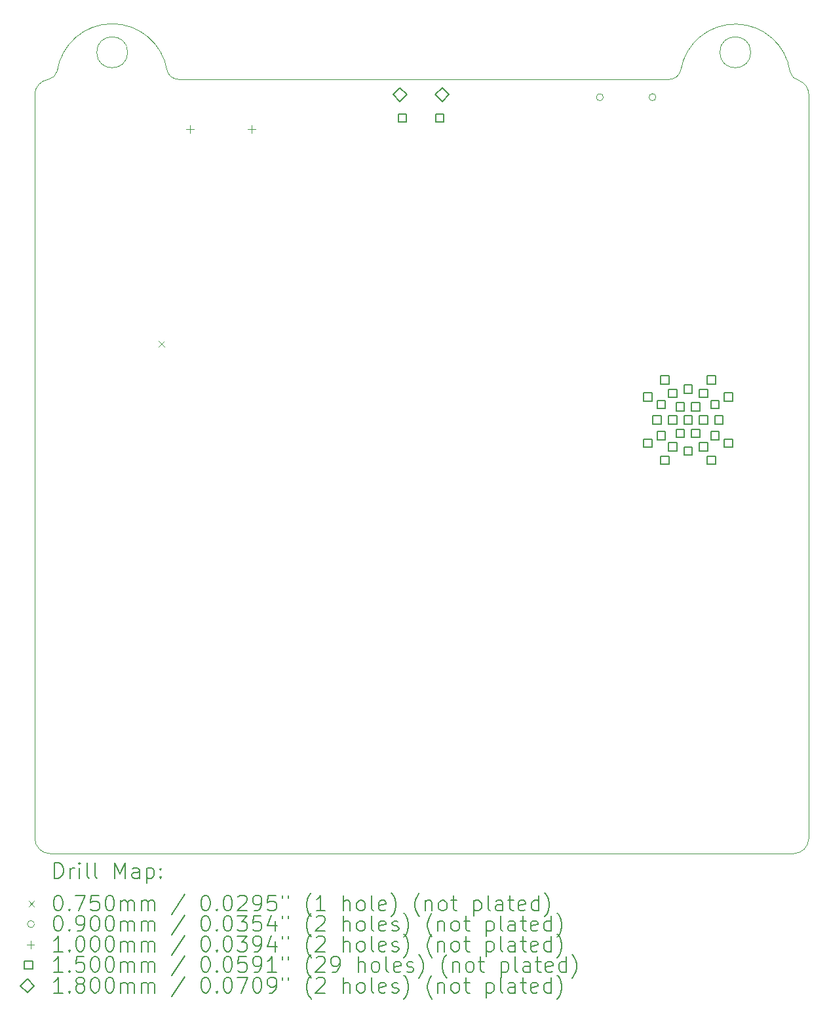
<source format=gbr>
%TF.GenerationSoftware,KiCad,Pcbnew,8.0.3*%
%TF.CreationDate,2024-06-20T00:15:16-06:00*%
%TF.ProjectId,dc32,64633332-2e6b-4696-9361-645f70636258,1.0*%
%TF.SameCoordinates,PX7bb10a0PY836a940*%
%TF.FileFunction,Drillmap*%
%TF.FilePolarity,Positive*%
%FSLAX45Y45*%
G04 Gerber Fmt 4.5, Leading zero omitted, Abs format (unit mm)*
G04 Created by KiCad (PCBNEW 8.0.3) date 2024-06-20 00:15:16*
%MOMM*%
%LPD*%
G01*
G04 APERTURE LIST*
%ADD10C,0.100000*%
%ADD11C,0.200000*%
%ADD12C,0.150000*%
%ADD13C,0.180000*%
G04 APERTURE END LIST*
D10*
X200000Y0D02*
X9800000Y0D01*
X8346297Y10122184D02*
G75*
G02*
X8198862Y10000289I-150147J31496D01*
G01*
X-460Y9800000D02*
G75*
G02*
X175642Y9998975I200460J0D01*
G01*
X8198862Y10000285D02*
X1850098Y10001935D01*
X10000000Y200000D02*
G75*
G02*
X9800000Y0I-200000J0D01*
G01*
X1200000Y10350000D02*
G75*
G02*
X800000Y10350000I-200000J0D01*
G01*
X800000Y10350000D02*
G75*
G02*
X1200000Y10350000I200000J0D01*
G01*
X290240Y10110927D02*
G75*
G02*
X1708475Y10118860I709760J-110927D01*
G01*
X290240Y10110927D02*
G75*
G02*
X175641Y9998980I-145380J34193D01*
G01*
X9871998Y9986591D02*
G75*
G02*
X10000000Y9800000I-71998J-186591D01*
G01*
X9871998Y9986591D02*
G75*
G02*
X9757400Y10098543I30782J146139D01*
G01*
X200000Y0D02*
G75*
G02*
X0Y200000I0J200000D01*
G01*
X10000000Y200000D02*
X10000000Y9800000D01*
X0Y9800000D02*
X0Y200000D01*
X1850098Y10001935D02*
G75*
G02*
X1708474Y10118859I2602J147385D01*
G01*
X9250000Y10350000D02*
G75*
G02*
X8850000Y10350000I-200000J0D01*
G01*
X8850000Y10350000D02*
G75*
G02*
X9250000Y10350000I200000J0D01*
G01*
X8346297Y10122184D02*
G75*
G02*
X9757401Y10098543I703703J-122184D01*
G01*
D11*
D10*
X1601500Y6624500D02*
X1676500Y6549500D01*
X1676500Y6624500D02*
X1601500Y6549500D01*
X7345000Y9770000D02*
G75*
G02*
X7255000Y9770000I-45000J0D01*
G01*
X7255000Y9770000D02*
G75*
G02*
X7345000Y9770000I45000J0D01*
G01*
X8025000Y9770000D02*
G75*
G02*
X7935000Y9770000I-45000J0D01*
G01*
X7935000Y9770000D02*
G75*
G02*
X8025000Y9770000I45000J0D01*
G01*
X2005000Y9410000D02*
X2005000Y9310000D01*
X1955000Y9360000D02*
X2055000Y9360000D01*
X2803000Y9410000D02*
X2803000Y9310000D01*
X2753000Y9360000D02*
X2853000Y9360000D01*
D12*
X4801534Y9446967D02*
X4801534Y9553034D01*
X4695467Y9553034D01*
X4695467Y9446967D01*
X4801534Y9446967D01*
X5286534Y9446967D02*
X5286534Y9553034D01*
X5180467Y9553034D01*
X5180467Y9446967D01*
X5286534Y9446967D01*
X7973418Y5847351D02*
X7973418Y5953418D01*
X7867351Y5953418D01*
X7867351Y5847351D01*
X7973418Y5847351D01*
X7973418Y5247351D02*
X7973418Y5353418D01*
X7867351Y5353418D01*
X7867351Y5247351D01*
X7973418Y5247351D01*
X8093033Y5547351D02*
X8093033Y5653418D01*
X7986966Y5653418D01*
X7986966Y5547351D01*
X8093033Y5547351D01*
X8146623Y5747351D02*
X8146623Y5853418D01*
X8040556Y5853418D01*
X8040556Y5747351D01*
X8146623Y5747351D01*
X8146623Y5347351D02*
X8146623Y5453418D01*
X8040556Y5453418D01*
X8040556Y5347351D01*
X8146623Y5347351D01*
X8193033Y6066966D02*
X8193033Y6173033D01*
X8086966Y6173033D01*
X8086966Y6066966D01*
X8193033Y6066966D01*
X8193033Y5027736D02*
X8193033Y5133803D01*
X8086966Y5133803D01*
X8086966Y5027736D01*
X8193033Y5027736D01*
X8293033Y5893761D02*
X8293033Y5999828D01*
X8186966Y5999828D01*
X8186966Y5893761D01*
X8293033Y5893761D01*
X8293033Y5547351D02*
X8293033Y5653418D01*
X8186966Y5653418D01*
X8186966Y5547351D01*
X8293033Y5547351D01*
X8293033Y5200941D02*
X8293033Y5307008D01*
X8186966Y5307008D01*
X8186966Y5200941D01*
X8293033Y5200941D01*
X8393034Y5720556D02*
X8393034Y5826623D01*
X8286966Y5826623D01*
X8286966Y5720556D01*
X8393034Y5720556D01*
X8393034Y5374146D02*
X8393034Y5480213D01*
X8286966Y5480213D01*
X8286966Y5374146D01*
X8393034Y5374146D01*
X8493034Y5947351D02*
X8493034Y6053418D01*
X8386966Y6053418D01*
X8386966Y5947351D01*
X8493034Y5947351D01*
X8493034Y5547351D02*
X8493034Y5653418D01*
X8386966Y5653418D01*
X8386966Y5547351D01*
X8493034Y5547351D01*
X8493034Y5147351D02*
X8493034Y5253418D01*
X8386966Y5253418D01*
X8386966Y5147351D01*
X8493034Y5147351D01*
X8593034Y5720556D02*
X8593034Y5826623D01*
X8486967Y5826623D01*
X8486967Y5720556D01*
X8593034Y5720556D01*
X8593034Y5374146D02*
X8593034Y5480213D01*
X8486967Y5480213D01*
X8486967Y5374146D01*
X8593034Y5374146D01*
X8693034Y5893761D02*
X8693034Y5999828D01*
X8586967Y5999828D01*
X8586967Y5893761D01*
X8693034Y5893761D01*
X8693034Y5547351D02*
X8693034Y5653418D01*
X8586967Y5653418D01*
X8586967Y5547351D01*
X8693034Y5547351D01*
X8693034Y5200941D02*
X8693034Y5307008D01*
X8586967Y5307008D01*
X8586967Y5200941D01*
X8693034Y5200941D01*
X8793034Y6066966D02*
X8793034Y6173033D01*
X8686967Y6173033D01*
X8686967Y6066966D01*
X8793034Y6066966D01*
X8793034Y5027736D02*
X8793034Y5133803D01*
X8686967Y5133803D01*
X8686967Y5027736D01*
X8793034Y5027736D01*
X8839444Y5747351D02*
X8839444Y5853418D01*
X8733377Y5853418D01*
X8733377Y5747351D01*
X8839444Y5747351D01*
X8839444Y5347351D02*
X8839444Y5453418D01*
X8733377Y5453418D01*
X8733377Y5347351D01*
X8839444Y5347351D01*
X8893034Y5547351D02*
X8893034Y5653418D01*
X8786967Y5653418D01*
X8786967Y5547351D01*
X8893034Y5547351D01*
X9012649Y5847351D02*
X9012649Y5953418D01*
X8906582Y5953418D01*
X8906582Y5847351D01*
X9012649Y5847351D01*
X9012649Y5247351D02*
X9012649Y5353418D01*
X8906582Y5353418D01*
X8906582Y5247351D01*
X9012649Y5247351D01*
D13*
X4718500Y9713000D02*
X4808500Y9803000D01*
X4718500Y9893000D01*
X4628500Y9803000D01*
X4718500Y9713000D01*
X5263500Y9713000D02*
X5353500Y9803000D01*
X5263500Y9893000D01*
X5173500Y9803000D01*
X5263500Y9713000D01*
D11*
X255317Y-316484D02*
X255317Y-116484D01*
X255317Y-116484D02*
X302936Y-116484D01*
X302936Y-116484D02*
X331507Y-126008D01*
X331507Y-126008D02*
X350555Y-145055D01*
X350555Y-145055D02*
X360079Y-164103D01*
X360079Y-164103D02*
X369602Y-202198D01*
X369602Y-202198D02*
X369602Y-230769D01*
X369602Y-230769D02*
X360079Y-268865D01*
X360079Y-268865D02*
X350555Y-287912D01*
X350555Y-287912D02*
X331507Y-306960D01*
X331507Y-306960D02*
X302936Y-316484D01*
X302936Y-316484D02*
X255317Y-316484D01*
X455317Y-316484D02*
X455317Y-183150D01*
X455317Y-221246D02*
X464840Y-202198D01*
X464840Y-202198D02*
X474364Y-192674D01*
X474364Y-192674D02*
X493412Y-183150D01*
X493412Y-183150D02*
X512460Y-183150D01*
X579126Y-316484D02*
X579126Y-183150D01*
X579126Y-116484D02*
X569602Y-126008D01*
X569602Y-126008D02*
X579126Y-135531D01*
X579126Y-135531D02*
X588650Y-126008D01*
X588650Y-126008D02*
X579126Y-116484D01*
X579126Y-116484D02*
X579126Y-135531D01*
X702936Y-316484D02*
X683888Y-306960D01*
X683888Y-306960D02*
X674364Y-287912D01*
X674364Y-287912D02*
X674364Y-116484D01*
X807698Y-316484D02*
X788650Y-306960D01*
X788650Y-306960D02*
X779126Y-287912D01*
X779126Y-287912D02*
X779126Y-116484D01*
X1036269Y-316484D02*
X1036269Y-116484D01*
X1036269Y-116484D02*
X1102936Y-259341D01*
X1102936Y-259341D02*
X1169602Y-116484D01*
X1169602Y-116484D02*
X1169602Y-316484D01*
X1350555Y-316484D02*
X1350555Y-211722D01*
X1350555Y-211722D02*
X1341031Y-192674D01*
X1341031Y-192674D02*
X1321983Y-183150D01*
X1321983Y-183150D02*
X1283888Y-183150D01*
X1283888Y-183150D02*
X1264841Y-192674D01*
X1350555Y-306960D02*
X1331507Y-316484D01*
X1331507Y-316484D02*
X1283888Y-316484D01*
X1283888Y-316484D02*
X1264841Y-306960D01*
X1264841Y-306960D02*
X1255317Y-287912D01*
X1255317Y-287912D02*
X1255317Y-268865D01*
X1255317Y-268865D02*
X1264841Y-249817D01*
X1264841Y-249817D02*
X1283888Y-240293D01*
X1283888Y-240293D02*
X1331507Y-240293D01*
X1331507Y-240293D02*
X1350555Y-230769D01*
X1445793Y-183150D02*
X1445793Y-383150D01*
X1445793Y-192674D02*
X1464840Y-183150D01*
X1464840Y-183150D02*
X1502936Y-183150D01*
X1502936Y-183150D02*
X1521983Y-192674D01*
X1521983Y-192674D02*
X1531507Y-202198D01*
X1531507Y-202198D02*
X1541031Y-221246D01*
X1541031Y-221246D02*
X1541031Y-278389D01*
X1541031Y-278389D02*
X1531507Y-297436D01*
X1531507Y-297436D02*
X1521983Y-306960D01*
X1521983Y-306960D02*
X1502936Y-316484D01*
X1502936Y-316484D02*
X1464840Y-316484D01*
X1464840Y-316484D02*
X1445793Y-306960D01*
X1626745Y-297436D02*
X1636269Y-306960D01*
X1636269Y-306960D02*
X1626745Y-316484D01*
X1626745Y-316484D02*
X1617221Y-306960D01*
X1617221Y-306960D02*
X1626745Y-297436D01*
X1626745Y-297436D02*
X1626745Y-316484D01*
X1626745Y-192674D02*
X1636269Y-202198D01*
X1636269Y-202198D02*
X1626745Y-211722D01*
X1626745Y-211722D02*
X1617221Y-202198D01*
X1617221Y-202198D02*
X1626745Y-192674D01*
X1626745Y-192674D02*
X1626745Y-211722D01*
D10*
X-80460Y-607500D02*
X-5460Y-682500D01*
X-5460Y-607500D02*
X-80460Y-682500D01*
D11*
X293412Y-536484D02*
X312460Y-536484D01*
X312460Y-536484D02*
X331507Y-546008D01*
X331507Y-546008D02*
X341031Y-555531D01*
X341031Y-555531D02*
X350555Y-574579D01*
X350555Y-574579D02*
X360079Y-612674D01*
X360079Y-612674D02*
X360079Y-660293D01*
X360079Y-660293D02*
X350555Y-698389D01*
X350555Y-698389D02*
X341031Y-717436D01*
X341031Y-717436D02*
X331507Y-726960D01*
X331507Y-726960D02*
X312460Y-736484D01*
X312460Y-736484D02*
X293412Y-736484D01*
X293412Y-736484D02*
X274364Y-726960D01*
X274364Y-726960D02*
X264841Y-717436D01*
X264841Y-717436D02*
X255317Y-698389D01*
X255317Y-698389D02*
X245793Y-660293D01*
X245793Y-660293D02*
X245793Y-612674D01*
X245793Y-612674D02*
X255317Y-574579D01*
X255317Y-574579D02*
X264841Y-555531D01*
X264841Y-555531D02*
X274364Y-546008D01*
X274364Y-546008D02*
X293412Y-536484D01*
X445793Y-717436D02*
X455317Y-726960D01*
X455317Y-726960D02*
X445793Y-736484D01*
X445793Y-736484D02*
X436269Y-726960D01*
X436269Y-726960D02*
X445793Y-717436D01*
X445793Y-717436D02*
X445793Y-736484D01*
X521983Y-536484D02*
X655317Y-536484D01*
X655317Y-536484D02*
X569602Y-736484D01*
X826745Y-536484D02*
X731507Y-536484D01*
X731507Y-536484D02*
X721983Y-631722D01*
X721983Y-631722D02*
X731507Y-622198D01*
X731507Y-622198D02*
X750555Y-612674D01*
X750555Y-612674D02*
X798174Y-612674D01*
X798174Y-612674D02*
X817221Y-622198D01*
X817221Y-622198D02*
X826745Y-631722D01*
X826745Y-631722D02*
X836269Y-650770D01*
X836269Y-650770D02*
X836269Y-698389D01*
X836269Y-698389D02*
X826745Y-717436D01*
X826745Y-717436D02*
X817221Y-726960D01*
X817221Y-726960D02*
X798174Y-736484D01*
X798174Y-736484D02*
X750555Y-736484D01*
X750555Y-736484D02*
X731507Y-726960D01*
X731507Y-726960D02*
X721983Y-717436D01*
X960079Y-536484D02*
X979126Y-536484D01*
X979126Y-536484D02*
X998174Y-546008D01*
X998174Y-546008D02*
X1007698Y-555531D01*
X1007698Y-555531D02*
X1017221Y-574579D01*
X1017221Y-574579D02*
X1026745Y-612674D01*
X1026745Y-612674D02*
X1026745Y-660293D01*
X1026745Y-660293D02*
X1017221Y-698389D01*
X1017221Y-698389D02*
X1007698Y-717436D01*
X1007698Y-717436D02*
X998174Y-726960D01*
X998174Y-726960D02*
X979126Y-736484D01*
X979126Y-736484D02*
X960079Y-736484D01*
X960079Y-736484D02*
X941031Y-726960D01*
X941031Y-726960D02*
X931507Y-717436D01*
X931507Y-717436D02*
X921983Y-698389D01*
X921983Y-698389D02*
X912460Y-660293D01*
X912460Y-660293D02*
X912460Y-612674D01*
X912460Y-612674D02*
X921983Y-574579D01*
X921983Y-574579D02*
X931507Y-555531D01*
X931507Y-555531D02*
X941031Y-546008D01*
X941031Y-546008D02*
X960079Y-536484D01*
X1112460Y-736484D02*
X1112460Y-603150D01*
X1112460Y-622198D02*
X1121983Y-612674D01*
X1121983Y-612674D02*
X1141031Y-603150D01*
X1141031Y-603150D02*
X1169603Y-603150D01*
X1169603Y-603150D02*
X1188650Y-612674D01*
X1188650Y-612674D02*
X1198174Y-631722D01*
X1198174Y-631722D02*
X1198174Y-736484D01*
X1198174Y-631722D02*
X1207698Y-612674D01*
X1207698Y-612674D02*
X1226745Y-603150D01*
X1226745Y-603150D02*
X1255317Y-603150D01*
X1255317Y-603150D02*
X1274364Y-612674D01*
X1274364Y-612674D02*
X1283888Y-631722D01*
X1283888Y-631722D02*
X1283888Y-736484D01*
X1379126Y-736484D02*
X1379126Y-603150D01*
X1379126Y-622198D02*
X1388650Y-612674D01*
X1388650Y-612674D02*
X1407698Y-603150D01*
X1407698Y-603150D02*
X1436269Y-603150D01*
X1436269Y-603150D02*
X1455317Y-612674D01*
X1455317Y-612674D02*
X1464841Y-631722D01*
X1464841Y-631722D02*
X1464841Y-736484D01*
X1464841Y-631722D02*
X1474364Y-612674D01*
X1474364Y-612674D02*
X1493412Y-603150D01*
X1493412Y-603150D02*
X1521983Y-603150D01*
X1521983Y-603150D02*
X1541031Y-612674D01*
X1541031Y-612674D02*
X1550555Y-631722D01*
X1550555Y-631722D02*
X1550555Y-736484D01*
X1941031Y-526960D02*
X1769603Y-784103D01*
X2198174Y-536484D02*
X2217222Y-536484D01*
X2217222Y-536484D02*
X2236269Y-546008D01*
X2236269Y-546008D02*
X2245793Y-555531D01*
X2245793Y-555531D02*
X2255317Y-574579D01*
X2255317Y-574579D02*
X2264841Y-612674D01*
X2264841Y-612674D02*
X2264841Y-660293D01*
X2264841Y-660293D02*
X2255317Y-698389D01*
X2255317Y-698389D02*
X2245793Y-717436D01*
X2245793Y-717436D02*
X2236269Y-726960D01*
X2236269Y-726960D02*
X2217222Y-736484D01*
X2217222Y-736484D02*
X2198174Y-736484D01*
X2198174Y-736484D02*
X2179126Y-726960D01*
X2179126Y-726960D02*
X2169603Y-717436D01*
X2169603Y-717436D02*
X2160079Y-698389D01*
X2160079Y-698389D02*
X2150555Y-660293D01*
X2150555Y-660293D02*
X2150555Y-612674D01*
X2150555Y-612674D02*
X2160079Y-574579D01*
X2160079Y-574579D02*
X2169603Y-555531D01*
X2169603Y-555531D02*
X2179126Y-546008D01*
X2179126Y-546008D02*
X2198174Y-536484D01*
X2350555Y-717436D02*
X2360079Y-726960D01*
X2360079Y-726960D02*
X2350555Y-736484D01*
X2350555Y-736484D02*
X2341031Y-726960D01*
X2341031Y-726960D02*
X2350555Y-717436D01*
X2350555Y-717436D02*
X2350555Y-736484D01*
X2483888Y-536484D02*
X2502936Y-536484D01*
X2502936Y-536484D02*
X2521984Y-546008D01*
X2521984Y-546008D02*
X2531507Y-555531D01*
X2531507Y-555531D02*
X2541031Y-574579D01*
X2541031Y-574579D02*
X2550555Y-612674D01*
X2550555Y-612674D02*
X2550555Y-660293D01*
X2550555Y-660293D02*
X2541031Y-698389D01*
X2541031Y-698389D02*
X2531507Y-717436D01*
X2531507Y-717436D02*
X2521984Y-726960D01*
X2521984Y-726960D02*
X2502936Y-736484D01*
X2502936Y-736484D02*
X2483888Y-736484D01*
X2483888Y-736484D02*
X2464841Y-726960D01*
X2464841Y-726960D02*
X2455317Y-717436D01*
X2455317Y-717436D02*
X2445793Y-698389D01*
X2445793Y-698389D02*
X2436269Y-660293D01*
X2436269Y-660293D02*
X2436269Y-612674D01*
X2436269Y-612674D02*
X2445793Y-574579D01*
X2445793Y-574579D02*
X2455317Y-555531D01*
X2455317Y-555531D02*
X2464841Y-546008D01*
X2464841Y-546008D02*
X2483888Y-536484D01*
X2626746Y-555531D02*
X2636269Y-546008D01*
X2636269Y-546008D02*
X2655317Y-536484D01*
X2655317Y-536484D02*
X2702936Y-536484D01*
X2702936Y-536484D02*
X2721984Y-546008D01*
X2721984Y-546008D02*
X2731507Y-555531D01*
X2731507Y-555531D02*
X2741031Y-574579D01*
X2741031Y-574579D02*
X2741031Y-593627D01*
X2741031Y-593627D02*
X2731507Y-622198D01*
X2731507Y-622198D02*
X2617222Y-736484D01*
X2617222Y-736484D02*
X2741031Y-736484D01*
X2836269Y-736484D02*
X2874364Y-736484D01*
X2874364Y-736484D02*
X2893412Y-726960D01*
X2893412Y-726960D02*
X2902936Y-717436D01*
X2902936Y-717436D02*
X2921984Y-688865D01*
X2921984Y-688865D02*
X2931507Y-650770D01*
X2931507Y-650770D02*
X2931507Y-574579D01*
X2931507Y-574579D02*
X2921984Y-555531D01*
X2921984Y-555531D02*
X2912460Y-546008D01*
X2912460Y-546008D02*
X2893412Y-536484D01*
X2893412Y-536484D02*
X2855317Y-536484D01*
X2855317Y-536484D02*
X2836269Y-546008D01*
X2836269Y-546008D02*
X2826745Y-555531D01*
X2826745Y-555531D02*
X2817222Y-574579D01*
X2817222Y-574579D02*
X2817222Y-622198D01*
X2817222Y-622198D02*
X2826745Y-641246D01*
X2826745Y-641246D02*
X2836269Y-650770D01*
X2836269Y-650770D02*
X2855317Y-660293D01*
X2855317Y-660293D02*
X2893412Y-660293D01*
X2893412Y-660293D02*
X2912460Y-650770D01*
X2912460Y-650770D02*
X2921984Y-641246D01*
X2921984Y-641246D02*
X2931507Y-622198D01*
X3112460Y-536484D02*
X3017222Y-536484D01*
X3017222Y-536484D02*
X3007698Y-631722D01*
X3007698Y-631722D02*
X3017222Y-622198D01*
X3017222Y-622198D02*
X3036269Y-612674D01*
X3036269Y-612674D02*
X3083888Y-612674D01*
X3083888Y-612674D02*
X3102936Y-622198D01*
X3102936Y-622198D02*
X3112460Y-631722D01*
X3112460Y-631722D02*
X3121984Y-650770D01*
X3121984Y-650770D02*
X3121984Y-698389D01*
X3121984Y-698389D02*
X3112460Y-717436D01*
X3112460Y-717436D02*
X3102936Y-726960D01*
X3102936Y-726960D02*
X3083888Y-736484D01*
X3083888Y-736484D02*
X3036269Y-736484D01*
X3036269Y-736484D02*
X3017222Y-726960D01*
X3017222Y-726960D02*
X3007698Y-717436D01*
X3198174Y-536484D02*
X3198174Y-574579D01*
X3274365Y-536484D02*
X3274365Y-574579D01*
X3569603Y-812674D02*
X3560079Y-803150D01*
X3560079Y-803150D02*
X3541031Y-774579D01*
X3541031Y-774579D02*
X3531507Y-755531D01*
X3531507Y-755531D02*
X3521984Y-726960D01*
X3521984Y-726960D02*
X3512460Y-679341D01*
X3512460Y-679341D02*
X3512460Y-641246D01*
X3512460Y-641246D02*
X3521984Y-593627D01*
X3521984Y-593627D02*
X3531507Y-565055D01*
X3531507Y-565055D02*
X3541031Y-546008D01*
X3541031Y-546008D02*
X3560079Y-517436D01*
X3560079Y-517436D02*
X3569603Y-507912D01*
X3750555Y-736484D02*
X3636269Y-736484D01*
X3693412Y-736484D02*
X3693412Y-536484D01*
X3693412Y-536484D02*
X3674365Y-565055D01*
X3674365Y-565055D02*
X3655317Y-584103D01*
X3655317Y-584103D02*
X3636269Y-593627D01*
X3988650Y-736484D02*
X3988650Y-536484D01*
X4074365Y-736484D02*
X4074365Y-631722D01*
X4074365Y-631722D02*
X4064841Y-612674D01*
X4064841Y-612674D02*
X4045793Y-603150D01*
X4045793Y-603150D02*
X4017222Y-603150D01*
X4017222Y-603150D02*
X3998174Y-612674D01*
X3998174Y-612674D02*
X3988650Y-622198D01*
X4198174Y-736484D02*
X4179127Y-726960D01*
X4179127Y-726960D02*
X4169603Y-717436D01*
X4169603Y-717436D02*
X4160079Y-698389D01*
X4160079Y-698389D02*
X4160079Y-641246D01*
X4160079Y-641246D02*
X4169603Y-622198D01*
X4169603Y-622198D02*
X4179127Y-612674D01*
X4179127Y-612674D02*
X4198174Y-603150D01*
X4198174Y-603150D02*
X4226746Y-603150D01*
X4226746Y-603150D02*
X4245793Y-612674D01*
X4245793Y-612674D02*
X4255317Y-622198D01*
X4255317Y-622198D02*
X4264841Y-641246D01*
X4264841Y-641246D02*
X4264841Y-698389D01*
X4264841Y-698389D02*
X4255317Y-717436D01*
X4255317Y-717436D02*
X4245793Y-726960D01*
X4245793Y-726960D02*
X4226746Y-736484D01*
X4226746Y-736484D02*
X4198174Y-736484D01*
X4379127Y-736484D02*
X4360079Y-726960D01*
X4360079Y-726960D02*
X4350555Y-707912D01*
X4350555Y-707912D02*
X4350555Y-536484D01*
X4531508Y-726960D02*
X4512460Y-736484D01*
X4512460Y-736484D02*
X4474365Y-736484D01*
X4474365Y-736484D02*
X4455317Y-726960D01*
X4455317Y-726960D02*
X4445793Y-707912D01*
X4445793Y-707912D02*
X4445793Y-631722D01*
X4445793Y-631722D02*
X4455317Y-612674D01*
X4455317Y-612674D02*
X4474365Y-603150D01*
X4474365Y-603150D02*
X4512460Y-603150D01*
X4512460Y-603150D02*
X4531508Y-612674D01*
X4531508Y-612674D02*
X4541031Y-631722D01*
X4541031Y-631722D02*
X4541031Y-650770D01*
X4541031Y-650770D02*
X4445793Y-669817D01*
X4607698Y-812674D02*
X4617222Y-803150D01*
X4617222Y-803150D02*
X4636270Y-774579D01*
X4636270Y-774579D02*
X4645793Y-755531D01*
X4645793Y-755531D02*
X4655317Y-726960D01*
X4655317Y-726960D02*
X4664841Y-679341D01*
X4664841Y-679341D02*
X4664841Y-641246D01*
X4664841Y-641246D02*
X4655317Y-593627D01*
X4655317Y-593627D02*
X4645793Y-565055D01*
X4645793Y-565055D02*
X4636270Y-546008D01*
X4636270Y-546008D02*
X4617222Y-517436D01*
X4617222Y-517436D02*
X4607698Y-507912D01*
X4969603Y-812674D02*
X4960079Y-803150D01*
X4960079Y-803150D02*
X4941031Y-774579D01*
X4941031Y-774579D02*
X4931508Y-755531D01*
X4931508Y-755531D02*
X4921984Y-726960D01*
X4921984Y-726960D02*
X4912460Y-679341D01*
X4912460Y-679341D02*
X4912460Y-641246D01*
X4912460Y-641246D02*
X4921984Y-593627D01*
X4921984Y-593627D02*
X4931508Y-565055D01*
X4931508Y-565055D02*
X4941031Y-546008D01*
X4941031Y-546008D02*
X4960079Y-517436D01*
X4960079Y-517436D02*
X4969603Y-507912D01*
X5045793Y-603150D02*
X5045793Y-736484D01*
X5045793Y-622198D02*
X5055317Y-612674D01*
X5055317Y-612674D02*
X5074365Y-603150D01*
X5074365Y-603150D02*
X5102936Y-603150D01*
X5102936Y-603150D02*
X5121984Y-612674D01*
X5121984Y-612674D02*
X5131508Y-631722D01*
X5131508Y-631722D02*
X5131508Y-736484D01*
X5255317Y-736484D02*
X5236270Y-726960D01*
X5236270Y-726960D02*
X5226746Y-717436D01*
X5226746Y-717436D02*
X5217222Y-698389D01*
X5217222Y-698389D02*
X5217222Y-641246D01*
X5217222Y-641246D02*
X5226746Y-622198D01*
X5226746Y-622198D02*
X5236270Y-612674D01*
X5236270Y-612674D02*
X5255317Y-603150D01*
X5255317Y-603150D02*
X5283889Y-603150D01*
X5283889Y-603150D02*
X5302936Y-612674D01*
X5302936Y-612674D02*
X5312460Y-622198D01*
X5312460Y-622198D02*
X5321984Y-641246D01*
X5321984Y-641246D02*
X5321984Y-698389D01*
X5321984Y-698389D02*
X5312460Y-717436D01*
X5312460Y-717436D02*
X5302936Y-726960D01*
X5302936Y-726960D02*
X5283889Y-736484D01*
X5283889Y-736484D02*
X5255317Y-736484D01*
X5379127Y-603150D02*
X5455317Y-603150D01*
X5407698Y-536484D02*
X5407698Y-707912D01*
X5407698Y-707912D02*
X5417222Y-726960D01*
X5417222Y-726960D02*
X5436270Y-736484D01*
X5436270Y-736484D02*
X5455317Y-736484D01*
X5674365Y-603150D02*
X5674365Y-803150D01*
X5674365Y-612674D02*
X5693412Y-603150D01*
X5693412Y-603150D02*
X5731508Y-603150D01*
X5731508Y-603150D02*
X5750555Y-612674D01*
X5750555Y-612674D02*
X5760079Y-622198D01*
X5760079Y-622198D02*
X5769603Y-641246D01*
X5769603Y-641246D02*
X5769603Y-698389D01*
X5769603Y-698389D02*
X5760079Y-717436D01*
X5760079Y-717436D02*
X5750555Y-726960D01*
X5750555Y-726960D02*
X5731508Y-736484D01*
X5731508Y-736484D02*
X5693412Y-736484D01*
X5693412Y-736484D02*
X5674365Y-726960D01*
X5883889Y-736484D02*
X5864841Y-726960D01*
X5864841Y-726960D02*
X5855317Y-707912D01*
X5855317Y-707912D02*
X5855317Y-536484D01*
X6045793Y-736484D02*
X6045793Y-631722D01*
X6045793Y-631722D02*
X6036270Y-612674D01*
X6036270Y-612674D02*
X6017222Y-603150D01*
X6017222Y-603150D02*
X5979127Y-603150D01*
X5979127Y-603150D02*
X5960079Y-612674D01*
X6045793Y-726960D02*
X6026746Y-736484D01*
X6026746Y-736484D02*
X5979127Y-736484D01*
X5979127Y-736484D02*
X5960079Y-726960D01*
X5960079Y-726960D02*
X5950555Y-707912D01*
X5950555Y-707912D02*
X5950555Y-688865D01*
X5950555Y-688865D02*
X5960079Y-669817D01*
X5960079Y-669817D02*
X5979127Y-660293D01*
X5979127Y-660293D02*
X6026746Y-660293D01*
X6026746Y-660293D02*
X6045793Y-650770D01*
X6112460Y-603150D02*
X6188650Y-603150D01*
X6141031Y-536484D02*
X6141031Y-707912D01*
X6141031Y-707912D02*
X6150555Y-726960D01*
X6150555Y-726960D02*
X6169603Y-736484D01*
X6169603Y-736484D02*
X6188650Y-736484D01*
X6331508Y-726960D02*
X6312460Y-736484D01*
X6312460Y-736484D02*
X6274365Y-736484D01*
X6274365Y-736484D02*
X6255317Y-726960D01*
X6255317Y-726960D02*
X6245793Y-707912D01*
X6245793Y-707912D02*
X6245793Y-631722D01*
X6245793Y-631722D02*
X6255317Y-612674D01*
X6255317Y-612674D02*
X6274365Y-603150D01*
X6274365Y-603150D02*
X6312460Y-603150D01*
X6312460Y-603150D02*
X6331508Y-612674D01*
X6331508Y-612674D02*
X6341031Y-631722D01*
X6341031Y-631722D02*
X6341031Y-650770D01*
X6341031Y-650770D02*
X6245793Y-669817D01*
X6512460Y-736484D02*
X6512460Y-536484D01*
X6512460Y-726960D02*
X6493412Y-736484D01*
X6493412Y-736484D02*
X6455317Y-736484D01*
X6455317Y-736484D02*
X6436270Y-726960D01*
X6436270Y-726960D02*
X6426746Y-717436D01*
X6426746Y-717436D02*
X6417222Y-698389D01*
X6417222Y-698389D02*
X6417222Y-641246D01*
X6417222Y-641246D02*
X6426746Y-622198D01*
X6426746Y-622198D02*
X6436270Y-612674D01*
X6436270Y-612674D02*
X6455317Y-603150D01*
X6455317Y-603150D02*
X6493412Y-603150D01*
X6493412Y-603150D02*
X6512460Y-612674D01*
X6588651Y-812674D02*
X6598174Y-803150D01*
X6598174Y-803150D02*
X6617222Y-774579D01*
X6617222Y-774579D02*
X6626746Y-755531D01*
X6626746Y-755531D02*
X6636270Y-726960D01*
X6636270Y-726960D02*
X6645793Y-679341D01*
X6645793Y-679341D02*
X6645793Y-641246D01*
X6645793Y-641246D02*
X6636270Y-593627D01*
X6636270Y-593627D02*
X6626746Y-565055D01*
X6626746Y-565055D02*
X6617222Y-546008D01*
X6617222Y-546008D02*
X6598174Y-517436D01*
X6598174Y-517436D02*
X6588651Y-507912D01*
D10*
X-5460Y-909000D02*
G75*
G02*
X-95460Y-909000I-45000J0D01*
G01*
X-95460Y-909000D02*
G75*
G02*
X-5460Y-909000I45000J0D01*
G01*
D11*
X293412Y-800484D02*
X312460Y-800484D01*
X312460Y-800484D02*
X331507Y-810008D01*
X331507Y-810008D02*
X341031Y-819531D01*
X341031Y-819531D02*
X350555Y-838579D01*
X350555Y-838579D02*
X360079Y-876674D01*
X360079Y-876674D02*
X360079Y-924293D01*
X360079Y-924293D02*
X350555Y-962388D01*
X350555Y-962388D02*
X341031Y-981436D01*
X341031Y-981436D02*
X331507Y-990960D01*
X331507Y-990960D02*
X312460Y-1000484D01*
X312460Y-1000484D02*
X293412Y-1000484D01*
X293412Y-1000484D02*
X274364Y-990960D01*
X274364Y-990960D02*
X264841Y-981436D01*
X264841Y-981436D02*
X255317Y-962388D01*
X255317Y-962388D02*
X245793Y-924293D01*
X245793Y-924293D02*
X245793Y-876674D01*
X245793Y-876674D02*
X255317Y-838579D01*
X255317Y-838579D02*
X264841Y-819531D01*
X264841Y-819531D02*
X274364Y-810008D01*
X274364Y-810008D02*
X293412Y-800484D01*
X445793Y-981436D02*
X455317Y-990960D01*
X455317Y-990960D02*
X445793Y-1000484D01*
X445793Y-1000484D02*
X436269Y-990960D01*
X436269Y-990960D02*
X445793Y-981436D01*
X445793Y-981436D02*
X445793Y-1000484D01*
X550555Y-1000484D02*
X588650Y-1000484D01*
X588650Y-1000484D02*
X607698Y-990960D01*
X607698Y-990960D02*
X617222Y-981436D01*
X617222Y-981436D02*
X636269Y-952865D01*
X636269Y-952865D02*
X645793Y-914769D01*
X645793Y-914769D02*
X645793Y-838579D01*
X645793Y-838579D02*
X636269Y-819531D01*
X636269Y-819531D02*
X626745Y-810008D01*
X626745Y-810008D02*
X607698Y-800484D01*
X607698Y-800484D02*
X569602Y-800484D01*
X569602Y-800484D02*
X550555Y-810008D01*
X550555Y-810008D02*
X541031Y-819531D01*
X541031Y-819531D02*
X531507Y-838579D01*
X531507Y-838579D02*
X531507Y-886198D01*
X531507Y-886198D02*
X541031Y-905246D01*
X541031Y-905246D02*
X550555Y-914769D01*
X550555Y-914769D02*
X569602Y-924293D01*
X569602Y-924293D02*
X607698Y-924293D01*
X607698Y-924293D02*
X626745Y-914769D01*
X626745Y-914769D02*
X636269Y-905246D01*
X636269Y-905246D02*
X645793Y-886198D01*
X769602Y-800484D02*
X788650Y-800484D01*
X788650Y-800484D02*
X807698Y-810008D01*
X807698Y-810008D02*
X817221Y-819531D01*
X817221Y-819531D02*
X826745Y-838579D01*
X826745Y-838579D02*
X836269Y-876674D01*
X836269Y-876674D02*
X836269Y-924293D01*
X836269Y-924293D02*
X826745Y-962388D01*
X826745Y-962388D02*
X817221Y-981436D01*
X817221Y-981436D02*
X807698Y-990960D01*
X807698Y-990960D02*
X788650Y-1000484D01*
X788650Y-1000484D02*
X769602Y-1000484D01*
X769602Y-1000484D02*
X750555Y-990960D01*
X750555Y-990960D02*
X741031Y-981436D01*
X741031Y-981436D02*
X731507Y-962388D01*
X731507Y-962388D02*
X721983Y-924293D01*
X721983Y-924293D02*
X721983Y-876674D01*
X721983Y-876674D02*
X731507Y-838579D01*
X731507Y-838579D02*
X741031Y-819531D01*
X741031Y-819531D02*
X750555Y-810008D01*
X750555Y-810008D02*
X769602Y-800484D01*
X960079Y-800484D02*
X979126Y-800484D01*
X979126Y-800484D02*
X998174Y-810008D01*
X998174Y-810008D02*
X1007698Y-819531D01*
X1007698Y-819531D02*
X1017221Y-838579D01*
X1017221Y-838579D02*
X1026745Y-876674D01*
X1026745Y-876674D02*
X1026745Y-924293D01*
X1026745Y-924293D02*
X1017221Y-962388D01*
X1017221Y-962388D02*
X1007698Y-981436D01*
X1007698Y-981436D02*
X998174Y-990960D01*
X998174Y-990960D02*
X979126Y-1000484D01*
X979126Y-1000484D02*
X960079Y-1000484D01*
X960079Y-1000484D02*
X941031Y-990960D01*
X941031Y-990960D02*
X931507Y-981436D01*
X931507Y-981436D02*
X921983Y-962388D01*
X921983Y-962388D02*
X912460Y-924293D01*
X912460Y-924293D02*
X912460Y-876674D01*
X912460Y-876674D02*
X921983Y-838579D01*
X921983Y-838579D02*
X931507Y-819531D01*
X931507Y-819531D02*
X941031Y-810008D01*
X941031Y-810008D02*
X960079Y-800484D01*
X1112460Y-1000484D02*
X1112460Y-867150D01*
X1112460Y-886198D02*
X1121983Y-876674D01*
X1121983Y-876674D02*
X1141031Y-867150D01*
X1141031Y-867150D02*
X1169603Y-867150D01*
X1169603Y-867150D02*
X1188650Y-876674D01*
X1188650Y-876674D02*
X1198174Y-895722D01*
X1198174Y-895722D02*
X1198174Y-1000484D01*
X1198174Y-895722D02*
X1207698Y-876674D01*
X1207698Y-876674D02*
X1226745Y-867150D01*
X1226745Y-867150D02*
X1255317Y-867150D01*
X1255317Y-867150D02*
X1274364Y-876674D01*
X1274364Y-876674D02*
X1283888Y-895722D01*
X1283888Y-895722D02*
X1283888Y-1000484D01*
X1379126Y-1000484D02*
X1379126Y-867150D01*
X1379126Y-886198D02*
X1388650Y-876674D01*
X1388650Y-876674D02*
X1407698Y-867150D01*
X1407698Y-867150D02*
X1436269Y-867150D01*
X1436269Y-867150D02*
X1455317Y-876674D01*
X1455317Y-876674D02*
X1464841Y-895722D01*
X1464841Y-895722D02*
X1464841Y-1000484D01*
X1464841Y-895722D02*
X1474364Y-876674D01*
X1474364Y-876674D02*
X1493412Y-867150D01*
X1493412Y-867150D02*
X1521983Y-867150D01*
X1521983Y-867150D02*
X1541031Y-876674D01*
X1541031Y-876674D02*
X1550555Y-895722D01*
X1550555Y-895722D02*
X1550555Y-1000484D01*
X1941031Y-790960D02*
X1769603Y-1048103D01*
X2198174Y-800484D02*
X2217222Y-800484D01*
X2217222Y-800484D02*
X2236269Y-810008D01*
X2236269Y-810008D02*
X2245793Y-819531D01*
X2245793Y-819531D02*
X2255317Y-838579D01*
X2255317Y-838579D02*
X2264841Y-876674D01*
X2264841Y-876674D02*
X2264841Y-924293D01*
X2264841Y-924293D02*
X2255317Y-962388D01*
X2255317Y-962388D02*
X2245793Y-981436D01*
X2245793Y-981436D02*
X2236269Y-990960D01*
X2236269Y-990960D02*
X2217222Y-1000484D01*
X2217222Y-1000484D02*
X2198174Y-1000484D01*
X2198174Y-1000484D02*
X2179126Y-990960D01*
X2179126Y-990960D02*
X2169603Y-981436D01*
X2169603Y-981436D02*
X2160079Y-962388D01*
X2160079Y-962388D02*
X2150555Y-924293D01*
X2150555Y-924293D02*
X2150555Y-876674D01*
X2150555Y-876674D02*
X2160079Y-838579D01*
X2160079Y-838579D02*
X2169603Y-819531D01*
X2169603Y-819531D02*
X2179126Y-810008D01*
X2179126Y-810008D02*
X2198174Y-800484D01*
X2350555Y-981436D02*
X2360079Y-990960D01*
X2360079Y-990960D02*
X2350555Y-1000484D01*
X2350555Y-1000484D02*
X2341031Y-990960D01*
X2341031Y-990960D02*
X2350555Y-981436D01*
X2350555Y-981436D02*
X2350555Y-1000484D01*
X2483888Y-800484D02*
X2502936Y-800484D01*
X2502936Y-800484D02*
X2521984Y-810008D01*
X2521984Y-810008D02*
X2531507Y-819531D01*
X2531507Y-819531D02*
X2541031Y-838579D01*
X2541031Y-838579D02*
X2550555Y-876674D01*
X2550555Y-876674D02*
X2550555Y-924293D01*
X2550555Y-924293D02*
X2541031Y-962388D01*
X2541031Y-962388D02*
X2531507Y-981436D01*
X2531507Y-981436D02*
X2521984Y-990960D01*
X2521984Y-990960D02*
X2502936Y-1000484D01*
X2502936Y-1000484D02*
X2483888Y-1000484D01*
X2483888Y-1000484D02*
X2464841Y-990960D01*
X2464841Y-990960D02*
X2455317Y-981436D01*
X2455317Y-981436D02*
X2445793Y-962388D01*
X2445793Y-962388D02*
X2436269Y-924293D01*
X2436269Y-924293D02*
X2436269Y-876674D01*
X2436269Y-876674D02*
X2445793Y-838579D01*
X2445793Y-838579D02*
X2455317Y-819531D01*
X2455317Y-819531D02*
X2464841Y-810008D01*
X2464841Y-810008D02*
X2483888Y-800484D01*
X2617222Y-800484D02*
X2741031Y-800484D01*
X2741031Y-800484D02*
X2674365Y-876674D01*
X2674365Y-876674D02*
X2702936Y-876674D01*
X2702936Y-876674D02*
X2721984Y-886198D01*
X2721984Y-886198D02*
X2731507Y-895722D01*
X2731507Y-895722D02*
X2741031Y-914769D01*
X2741031Y-914769D02*
X2741031Y-962388D01*
X2741031Y-962388D02*
X2731507Y-981436D01*
X2731507Y-981436D02*
X2721984Y-990960D01*
X2721984Y-990960D02*
X2702936Y-1000484D01*
X2702936Y-1000484D02*
X2645793Y-1000484D01*
X2645793Y-1000484D02*
X2626746Y-990960D01*
X2626746Y-990960D02*
X2617222Y-981436D01*
X2921984Y-800484D02*
X2826745Y-800484D01*
X2826745Y-800484D02*
X2817222Y-895722D01*
X2817222Y-895722D02*
X2826745Y-886198D01*
X2826745Y-886198D02*
X2845793Y-876674D01*
X2845793Y-876674D02*
X2893412Y-876674D01*
X2893412Y-876674D02*
X2912460Y-886198D01*
X2912460Y-886198D02*
X2921984Y-895722D01*
X2921984Y-895722D02*
X2931507Y-914769D01*
X2931507Y-914769D02*
X2931507Y-962388D01*
X2931507Y-962388D02*
X2921984Y-981436D01*
X2921984Y-981436D02*
X2912460Y-990960D01*
X2912460Y-990960D02*
X2893412Y-1000484D01*
X2893412Y-1000484D02*
X2845793Y-1000484D01*
X2845793Y-1000484D02*
X2826745Y-990960D01*
X2826745Y-990960D02*
X2817222Y-981436D01*
X3102936Y-867150D02*
X3102936Y-1000484D01*
X3055317Y-790960D02*
X3007698Y-933817D01*
X3007698Y-933817D02*
X3131507Y-933817D01*
X3198174Y-800484D02*
X3198174Y-838579D01*
X3274365Y-800484D02*
X3274365Y-838579D01*
X3569603Y-1076674D02*
X3560079Y-1067150D01*
X3560079Y-1067150D02*
X3541031Y-1038579D01*
X3541031Y-1038579D02*
X3531507Y-1019531D01*
X3531507Y-1019531D02*
X3521984Y-990960D01*
X3521984Y-990960D02*
X3512460Y-943341D01*
X3512460Y-943341D02*
X3512460Y-905246D01*
X3512460Y-905246D02*
X3521984Y-857627D01*
X3521984Y-857627D02*
X3531507Y-829055D01*
X3531507Y-829055D02*
X3541031Y-810008D01*
X3541031Y-810008D02*
X3560079Y-781436D01*
X3560079Y-781436D02*
X3569603Y-771912D01*
X3636269Y-819531D02*
X3645793Y-810008D01*
X3645793Y-810008D02*
X3664841Y-800484D01*
X3664841Y-800484D02*
X3712460Y-800484D01*
X3712460Y-800484D02*
X3731507Y-810008D01*
X3731507Y-810008D02*
X3741031Y-819531D01*
X3741031Y-819531D02*
X3750555Y-838579D01*
X3750555Y-838579D02*
X3750555Y-857627D01*
X3750555Y-857627D02*
X3741031Y-886198D01*
X3741031Y-886198D02*
X3626746Y-1000484D01*
X3626746Y-1000484D02*
X3750555Y-1000484D01*
X3988650Y-1000484D02*
X3988650Y-800484D01*
X4074365Y-1000484D02*
X4074365Y-895722D01*
X4074365Y-895722D02*
X4064841Y-876674D01*
X4064841Y-876674D02*
X4045793Y-867150D01*
X4045793Y-867150D02*
X4017222Y-867150D01*
X4017222Y-867150D02*
X3998174Y-876674D01*
X3998174Y-876674D02*
X3988650Y-886198D01*
X4198174Y-1000484D02*
X4179127Y-990960D01*
X4179127Y-990960D02*
X4169603Y-981436D01*
X4169603Y-981436D02*
X4160079Y-962388D01*
X4160079Y-962388D02*
X4160079Y-905246D01*
X4160079Y-905246D02*
X4169603Y-886198D01*
X4169603Y-886198D02*
X4179127Y-876674D01*
X4179127Y-876674D02*
X4198174Y-867150D01*
X4198174Y-867150D02*
X4226746Y-867150D01*
X4226746Y-867150D02*
X4245793Y-876674D01*
X4245793Y-876674D02*
X4255317Y-886198D01*
X4255317Y-886198D02*
X4264841Y-905246D01*
X4264841Y-905246D02*
X4264841Y-962388D01*
X4264841Y-962388D02*
X4255317Y-981436D01*
X4255317Y-981436D02*
X4245793Y-990960D01*
X4245793Y-990960D02*
X4226746Y-1000484D01*
X4226746Y-1000484D02*
X4198174Y-1000484D01*
X4379127Y-1000484D02*
X4360079Y-990960D01*
X4360079Y-990960D02*
X4350555Y-971912D01*
X4350555Y-971912D02*
X4350555Y-800484D01*
X4531508Y-990960D02*
X4512460Y-1000484D01*
X4512460Y-1000484D02*
X4474365Y-1000484D01*
X4474365Y-1000484D02*
X4455317Y-990960D01*
X4455317Y-990960D02*
X4445793Y-971912D01*
X4445793Y-971912D02*
X4445793Y-895722D01*
X4445793Y-895722D02*
X4455317Y-876674D01*
X4455317Y-876674D02*
X4474365Y-867150D01*
X4474365Y-867150D02*
X4512460Y-867150D01*
X4512460Y-867150D02*
X4531508Y-876674D01*
X4531508Y-876674D02*
X4541031Y-895722D01*
X4541031Y-895722D02*
X4541031Y-914769D01*
X4541031Y-914769D02*
X4445793Y-933817D01*
X4617222Y-990960D02*
X4636270Y-1000484D01*
X4636270Y-1000484D02*
X4674365Y-1000484D01*
X4674365Y-1000484D02*
X4693412Y-990960D01*
X4693412Y-990960D02*
X4702936Y-971912D01*
X4702936Y-971912D02*
X4702936Y-962388D01*
X4702936Y-962388D02*
X4693412Y-943341D01*
X4693412Y-943341D02*
X4674365Y-933817D01*
X4674365Y-933817D02*
X4645793Y-933817D01*
X4645793Y-933817D02*
X4626746Y-924293D01*
X4626746Y-924293D02*
X4617222Y-905246D01*
X4617222Y-905246D02*
X4617222Y-895722D01*
X4617222Y-895722D02*
X4626746Y-876674D01*
X4626746Y-876674D02*
X4645793Y-867150D01*
X4645793Y-867150D02*
X4674365Y-867150D01*
X4674365Y-867150D02*
X4693412Y-876674D01*
X4769603Y-1076674D02*
X4779127Y-1067150D01*
X4779127Y-1067150D02*
X4798174Y-1038579D01*
X4798174Y-1038579D02*
X4807698Y-1019531D01*
X4807698Y-1019531D02*
X4817222Y-990960D01*
X4817222Y-990960D02*
X4826746Y-943341D01*
X4826746Y-943341D02*
X4826746Y-905246D01*
X4826746Y-905246D02*
X4817222Y-857627D01*
X4817222Y-857627D02*
X4807698Y-829055D01*
X4807698Y-829055D02*
X4798174Y-810008D01*
X4798174Y-810008D02*
X4779127Y-781436D01*
X4779127Y-781436D02*
X4769603Y-771912D01*
X5131508Y-1076674D02*
X5121984Y-1067150D01*
X5121984Y-1067150D02*
X5102936Y-1038579D01*
X5102936Y-1038579D02*
X5093412Y-1019531D01*
X5093412Y-1019531D02*
X5083889Y-990960D01*
X5083889Y-990960D02*
X5074365Y-943341D01*
X5074365Y-943341D02*
X5074365Y-905246D01*
X5074365Y-905246D02*
X5083889Y-857627D01*
X5083889Y-857627D02*
X5093412Y-829055D01*
X5093412Y-829055D02*
X5102936Y-810008D01*
X5102936Y-810008D02*
X5121984Y-781436D01*
X5121984Y-781436D02*
X5131508Y-771912D01*
X5207698Y-867150D02*
X5207698Y-1000484D01*
X5207698Y-886198D02*
X5217222Y-876674D01*
X5217222Y-876674D02*
X5236270Y-867150D01*
X5236270Y-867150D02*
X5264841Y-867150D01*
X5264841Y-867150D02*
X5283889Y-876674D01*
X5283889Y-876674D02*
X5293412Y-895722D01*
X5293412Y-895722D02*
X5293412Y-1000484D01*
X5417222Y-1000484D02*
X5398174Y-990960D01*
X5398174Y-990960D02*
X5388651Y-981436D01*
X5388651Y-981436D02*
X5379127Y-962388D01*
X5379127Y-962388D02*
X5379127Y-905246D01*
X5379127Y-905246D02*
X5388651Y-886198D01*
X5388651Y-886198D02*
X5398174Y-876674D01*
X5398174Y-876674D02*
X5417222Y-867150D01*
X5417222Y-867150D02*
X5445793Y-867150D01*
X5445793Y-867150D02*
X5464841Y-876674D01*
X5464841Y-876674D02*
X5474365Y-886198D01*
X5474365Y-886198D02*
X5483889Y-905246D01*
X5483889Y-905246D02*
X5483889Y-962388D01*
X5483889Y-962388D02*
X5474365Y-981436D01*
X5474365Y-981436D02*
X5464841Y-990960D01*
X5464841Y-990960D02*
X5445793Y-1000484D01*
X5445793Y-1000484D02*
X5417222Y-1000484D01*
X5541032Y-867150D02*
X5617222Y-867150D01*
X5569603Y-800484D02*
X5569603Y-971912D01*
X5569603Y-971912D02*
X5579127Y-990960D01*
X5579127Y-990960D02*
X5598174Y-1000484D01*
X5598174Y-1000484D02*
X5617222Y-1000484D01*
X5836270Y-867150D02*
X5836270Y-1067150D01*
X5836270Y-876674D02*
X5855317Y-867150D01*
X5855317Y-867150D02*
X5893412Y-867150D01*
X5893412Y-867150D02*
X5912460Y-876674D01*
X5912460Y-876674D02*
X5921984Y-886198D01*
X5921984Y-886198D02*
X5931508Y-905246D01*
X5931508Y-905246D02*
X5931508Y-962388D01*
X5931508Y-962388D02*
X5921984Y-981436D01*
X5921984Y-981436D02*
X5912460Y-990960D01*
X5912460Y-990960D02*
X5893412Y-1000484D01*
X5893412Y-1000484D02*
X5855317Y-1000484D01*
X5855317Y-1000484D02*
X5836270Y-990960D01*
X6045793Y-1000484D02*
X6026746Y-990960D01*
X6026746Y-990960D02*
X6017222Y-971912D01*
X6017222Y-971912D02*
X6017222Y-800484D01*
X6207698Y-1000484D02*
X6207698Y-895722D01*
X6207698Y-895722D02*
X6198174Y-876674D01*
X6198174Y-876674D02*
X6179127Y-867150D01*
X6179127Y-867150D02*
X6141031Y-867150D01*
X6141031Y-867150D02*
X6121984Y-876674D01*
X6207698Y-990960D02*
X6188651Y-1000484D01*
X6188651Y-1000484D02*
X6141031Y-1000484D01*
X6141031Y-1000484D02*
X6121984Y-990960D01*
X6121984Y-990960D02*
X6112460Y-971912D01*
X6112460Y-971912D02*
X6112460Y-952865D01*
X6112460Y-952865D02*
X6121984Y-933817D01*
X6121984Y-933817D02*
X6141031Y-924293D01*
X6141031Y-924293D02*
X6188651Y-924293D01*
X6188651Y-924293D02*
X6207698Y-914769D01*
X6274365Y-867150D02*
X6350555Y-867150D01*
X6302936Y-800484D02*
X6302936Y-971912D01*
X6302936Y-971912D02*
X6312460Y-990960D01*
X6312460Y-990960D02*
X6331508Y-1000484D01*
X6331508Y-1000484D02*
X6350555Y-1000484D01*
X6493412Y-990960D02*
X6474365Y-1000484D01*
X6474365Y-1000484D02*
X6436270Y-1000484D01*
X6436270Y-1000484D02*
X6417222Y-990960D01*
X6417222Y-990960D02*
X6407698Y-971912D01*
X6407698Y-971912D02*
X6407698Y-895722D01*
X6407698Y-895722D02*
X6417222Y-876674D01*
X6417222Y-876674D02*
X6436270Y-867150D01*
X6436270Y-867150D02*
X6474365Y-867150D01*
X6474365Y-867150D02*
X6493412Y-876674D01*
X6493412Y-876674D02*
X6502936Y-895722D01*
X6502936Y-895722D02*
X6502936Y-914769D01*
X6502936Y-914769D02*
X6407698Y-933817D01*
X6674365Y-1000484D02*
X6674365Y-800484D01*
X6674365Y-990960D02*
X6655317Y-1000484D01*
X6655317Y-1000484D02*
X6617222Y-1000484D01*
X6617222Y-1000484D02*
X6598174Y-990960D01*
X6598174Y-990960D02*
X6588651Y-981436D01*
X6588651Y-981436D02*
X6579127Y-962388D01*
X6579127Y-962388D02*
X6579127Y-905246D01*
X6579127Y-905246D02*
X6588651Y-886198D01*
X6588651Y-886198D02*
X6598174Y-876674D01*
X6598174Y-876674D02*
X6617222Y-867150D01*
X6617222Y-867150D02*
X6655317Y-867150D01*
X6655317Y-867150D02*
X6674365Y-876674D01*
X6750555Y-1076674D02*
X6760079Y-1067150D01*
X6760079Y-1067150D02*
X6779127Y-1038579D01*
X6779127Y-1038579D02*
X6788651Y-1019531D01*
X6788651Y-1019531D02*
X6798174Y-990960D01*
X6798174Y-990960D02*
X6807698Y-943341D01*
X6807698Y-943341D02*
X6807698Y-905246D01*
X6807698Y-905246D02*
X6798174Y-857627D01*
X6798174Y-857627D02*
X6788651Y-829055D01*
X6788651Y-829055D02*
X6779127Y-810008D01*
X6779127Y-810008D02*
X6760079Y-781436D01*
X6760079Y-781436D02*
X6750555Y-771912D01*
D10*
X-55460Y-1123000D02*
X-55460Y-1223000D01*
X-105460Y-1173000D02*
X-5460Y-1173000D01*
D11*
X360079Y-1264484D02*
X245793Y-1264484D01*
X302936Y-1264484D02*
X302936Y-1064484D01*
X302936Y-1064484D02*
X283888Y-1093055D01*
X283888Y-1093055D02*
X264841Y-1112103D01*
X264841Y-1112103D02*
X245793Y-1121627D01*
X445793Y-1245436D02*
X455317Y-1254960D01*
X455317Y-1254960D02*
X445793Y-1264484D01*
X445793Y-1264484D02*
X436269Y-1254960D01*
X436269Y-1254960D02*
X445793Y-1245436D01*
X445793Y-1245436D02*
X445793Y-1264484D01*
X579126Y-1064484D02*
X598174Y-1064484D01*
X598174Y-1064484D02*
X617222Y-1074008D01*
X617222Y-1074008D02*
X626745Y-1083531D01*
X626745Y-1083531D02*
X636269Y-1102579D01*
X636269Y-1102579D02*
X645793Y-1140674D01*
X645793Y-1140674D02*
X645793Y-1188293D01*
X645793Y-1188293D02*
X636269Y-1226389D01*
X636269Y-1226389D02*
X626745Y-1245436D01*
X626745Y-1245436D02*
X617222Y-1254960D01*
X617222Y-1254960D02*
X598174Y-1264484D01*
X598174Y-1264484D02*
X579126Y-1264484D01*
X579126Y-1264484D02*
X560079Y-1254960D01*
X560079Y-1254960D02*
X550555Y-1245436D01*
X550555Y-1245436D02*
X541031Y-1226389D01*
X541031Y-1226389D02*
X531507Y-1188293D01*
X531507Y-1188293D02*
X531507Y-1140674D01*
X531507Y-1140674D02*
X541031Y-1102579D01*
X541031Y-1102579D02*
X550555Y-1083531D01*
X550555Y-1083531D02*
X560079Y-1074008D01*
X560079Y-1074008D02*
X579126Y-1064484D01*
X769602Y-1064484D02*
X788650Y-1064484D01*
X788650Y-1064484D02*
X807698Y-1074008D01*
X807698Y-1074008D02*
X817221Y-1083531D01*
X817221Y-1083531D02*
X826745Y-1102579D01*
X826745Y-1102579D02*
X836269Y-1140674D01*
X836269Y-1140674D02*
X836269Y-1188293D01*
X836269Y-1188293D02*
X826745Y-1226389D01*
X826745Y-1226389D02*
X817221Y-1245436D01*
X817221Y-1245436D02*
X807698Y-1254960D01*
X807698Y-1254960D02*
X788650Y-1264484D01*
X788650Y-1264484D02*
X769602Y-1264484D01*
X769602Y-1264484D02*
X750555Y-1254960D01*
X750555Y-1254960D02*
X741031Y-1245436D01*
X741031Y-1245436D02*
X731507Y-1226389D01*
X731507Y-1226389D02*
X721983Y-1188293D01*
X721983Y-1188293D02*
X721983Y-1140674D01*
X721983Y-1140674D02*
X731507Y-1102579D01*
X731507Y-1102579D02*
X741031Y-1083531D01*
X741031Y-1083531D02*
X750555Y-1074008D01*
X750555Y-1074008D02*
X769602Y-1064484D01*
X960079Y-1064484D02*
X979126Y-1064484D01*
X979126Y-1064484D02*
X998174Y-1074008D01*
X998174Y-1074008D02*
X1007698Y-1083531D01*
X1007698Y-1083531D02*
X1017221Y-1102579D01*
X1017221Y-1102579D02*
X1026745Y-1140674D01*
X1026745Y-1140674D02*
X1026745Y-1188293D01*
X1026745Y-1188293D02*
X1017221Y-1226389D01*
X1017221Y-1226389D02*
X1007698Y-1245436D01*
X1007698Y-1245436D02*
X998174Y-1254960D01*
X998174Y-1254960D02*
X979126Y-1264484D01*
X979126Y-1264484D02*
X960079Y-1264484D01*
X960079Y-1264484D02*
X941031Y-1254960D01*
X941031Y-1254960D02*
X931507Y-1245436D01*
X931507Y-1245436D02*
X921983Y-1226389D01*
X921983Y-1226389D02*
X912460Y-1188293D01*
X912460Y-1188293D02*
X912460Y-1140674D01*
X912460Y-1140674D02*
X921983Y-1102579D01*
X921983Y-1102579D02*
X931507Y-1083531D01*
X931507Y-1083531D02*
X941031Y-1074008D01*
X941031Y-1074008D02*
X960079Y-1064484D01*
X1112460Y-1264484D02*
X1112460Y-1131150D01*
X1112460Y-1150198D02*
X1121983Y-1140674D01*
X1121983Y-1140674D02*
X1141031Y-1131150D01*
X1141031Y-1131150D02*
X1169603Y-1131150D01*
X1169603Y-1131150D02*
X1188650Y-1140674D01*
X1188650Y-1140674D02*
X1198174Y-1159722D01*
X1198174Y-1159722D02*
X1198174Y-1264484D01*
X1198174Y-1159722D02*
X1207698Y-1140674D01*
X1207698Y-1140674D02*
X1226745Y-1131150D01*
X1226745Y-1131150D02*
X1255317Y-1131150D01*
X1255317Y-1131150D02*
X1274364Y-1140674D01*
X1274364Y-1140674D02*
X1283888Y-1159722D01*
X1283888Y-1159722D02*
X1283888Y-1264484D01*
X1379126Y-1264484D02*
X1379126Y-1131150D01*
X1379126Y-1150198D02*
X1388650Y-1140674D01*
X1388650Y-1140674D02*
X1407698Y-1131150D01*
X1407698Y-1131150D02*
X1436269Y-1131150D01*
X1436269Y-1131150D02*
X1455317Y-1140674D01*
X1455317Y-1140674D02*
X1464841Y-1159722D01*
X1464841Y-1159722D02*
X1464841Y-1264484D01*
X1464841Y-1159722D02*
X1474364Y-1140674D01*
X1474364Y-1140674D02*
X1493412Y-1131150D01*
X1493412Y-1131150D02*
X1521983Y-1131150D01*
X1521983Y-1131150D02*
X1541031Y-1140674D01*
X1541031Y-1140674D02*
X1550555Y-1159722D01*
X1550555Y-1159722D02*
X1550555Y-1264484D01*
X1941031Y-1054960D02*
X1769603Y-1312103D01*
X2198174Y-1064484D02*
X2217222Y-1064484D01*
X2217222Y-1064484D02*
X2236269Y-1074008D01*
X2236269Y-1074008D02*
X2245793Y-1083531D01*
X2245793Y-1083531D02*
X2255317Y-1102579D01*
X2255317Y-1102579D02*
X2264841Y-1140674D01*
X2264841Y-1140674D02*
X2264841Y-1188293D01*
X2264841Y-1188293D02*
X2255317Y-1226389D01*
X2255317Y-1226389D02*
X2245793Y-1245436D01*
X2245793Y-1245436D02*
X2236269Y-1254960D01*
X2236269Y-1254960D02*
X2217222Y-1264484D01*
X2217222Y-1264484D02*
X2198174Y-1264484D01*
X2198174Y-1264484D02*
X2179126Y-1254960D01*
X2179126Y-1254960D02*
X2169603Y-1245436D01*
X2169603Y-1245436D02*
X2160079Y-1226389D01*
X2160079Y-1226389D02*
X2150555Y-1188293D01*
X2150555Y-1188293D02*
X2150555Y-1140674D01*
X2150555Y-1140674D02*
X2160079Y-1102579D01*
X2160079Y-1102579D02*
X2169603Y-1083531D01*
X2169603Y-1083531D02*
X2179126Y-1074008D01*
X2179126Y-1074008D02*
X2198174Y-1064484D01*
X2350555Y-1245436D02*
X2360079Y-1254960D01*
X2360079Y-1254960D02*
X2350555Y-1264484D01*
X2350555Y-1264484D02*
X2341031Y-1254960D01*
X2341031Y-1254960D02*
X2350555Y-1245436D01*
X2350555Y-1245436D02*
X2350555Y-1264484D01*
X2483888Y-1064484D02*
X2502936Y-1064484D01*
X2502936Y-1064484D02*
X2521984Y-1074008D01*
X2521984Y-1074008D02*
X2531507Y-1083531D01*
X2531507Y-1083531D02*
X2541031Y-1102579D01*
X2541031Y-1102579D02*
X2550555Y-1140674D01*
X2550555Y-1140674D02*
X2550555Y-1188293D01*
X2550555Y-1188293D02*
X2541031Y-1226389D01*
X2541031Y-1226389D02*
X2531507Y-1245436D01*
X2531507Y-1245436D02*
X2521984Y-1254960D01*
X2521984Y-1254960D02*
X2502936Y-1264484D01*
X2502936Y-1264484D02*
X2483888Y-1264484D01*
X2483888Y-1264484D02*
X2464841Y-1254960D01*
X2464841Y-1254960D02*
X2455317Y-1245436D01*
X2455317Y-1245436D02*
X2445793Y-1226389D01*
X2445793Y-1226389D02*
X2436269Y-1188293D01*
X2436269Y-1188293D02*
X2436269Y-1140674D01*
X2436269Y-1140674D02*
X2445793Y-1102579D01*
X2445793Y-1102579D02*
X2455317Y-1083531D01*
X2455317Y-1083531D02*
X2464841Y-1074008D01*
X2464841Y-1074008D02*
X2483888Y-1064484D01*
X2617222Y-1064484D02*
X2741031Y-1064484D01*
X2741031Y-1064484D02*
X2674365Y-1140674D01*
X2674365Y-1140674D02*
X2702936Y-1140674D01*
X2702936Y-1140674D02*
X2721984Y-1150198D01*
X2721984Y-1150198D02*
X2731507Y-1159722D01*
X2731507Y-1159722D02*
X2741031Y-1178770D01*
X2741031Y-1178770D02*
X2741031Y-1226389D01*
X2741031Y-1226389D02*
X2731507Y-1245436D01*
X2731507Y-1245436D02*
X2721984Y-1254960D01*
X2721984Y-1254960D02*
X2702936Y-1264484D01*
X2702936Y-1264484D02*
X2645793Y-1264484D01*
X2645793Y-1264484D02*
X2626746Y-1254960D01*
X2626746Y-1254960D02*
X2617222Y-1245436D01*
X2836269Y-1264484D02*
X2874364Y-1264484D01*
X2874364Y-1264484D02*
X2893412Y-1254960D01*
X2893412Y-1254960D02*
X2902936Y-1245436D01*
X2902936Y-1245436D02*
X2921984Y-1216865D01*
X2921984Y-1216865D02*
X2931507Y-1178770D01*
X2931507Y-1178770D02*
X2931507Y-1102579D01*
X2931507Y-1102579D02*
X2921984Y-1083531D01*
X2921984Y-1083531D02*
X2912460Y-1074008D01*
X2912460Y-1074008D02*
X2893412Y-1064484D01*
X2893412Y-1064484D02*
X2855317Y-1064484D01*
X2855317Y-1064484D02*
X2836269Y-1074008D01*
X2836269Y-1074008D02*
X2826745Y-1083531D01*
X2826745Y-1083531D02*
X2817222Y-1102579D01*
X2817222Y-1102579D02*
X2817222Y-1150198D01*
X2817222Y-1150198D02*
X2826745Y-1169246D01*
X2826745Y-1169246D02*
X2836269Y-1178770D01*
X2836269Y-1178770D02*
X2855317Y-1188293D01*
X2855317Y-1188293D02*
X2893412Y-1188293D01*
X2893412Y-1188293D02*
X2912460Y-1178770D01*
X2912460Y-1178770D02*
X2921984Y-1169246D01*
X2921984Y-1169246D02*
X2931507Y-1150198D01*
X3102936Y-1131150D02*
X3102936Y-1264484D01*
X3055317Y-1054960D02*
X3007698Y-1197817D01*
X3007698Y-1197817D02*
X3131507Y-1197817D01*
X3198174Y-1064484D02*
X3198174Y-1102579D01*
X3274365Y-1064484D02*
X3274365Y-1102579D01*
X3569603Y-1340674D02*
X3560079Y-1331150D01*
X3560079Y-1331150D02*
X3541031Y-1302579D01*
X3541031Y-1302579D02*
X3531507Y-1283531D01*
X3531507Y-1283531D02*
X3521984Y-1254960D01*
X3521984Y-1254960D02*
X3512460Y-1207341D01*
X3512460Y-1207341D02*
X3512460Y-1169246D01*
X3512460Y-1169246D02*
X3521984Y-1121627D01*
X3521984Y-1121627D02*
X3531507Y-1093055D01*
X3531507Y-1093055D02*
X3541031Y-1074008D01*
X3541031Y-1074008D02*
X3560079Y-1045436D01*
X3560079Y-1045436D02*
X3569603Y-1035912D01*
X3636269Y-1083531D02*
X3645793Y-1074008D01*
X3645793Y-1074008D02*
X3664841Y-1064484D01*
X3664841Y-1064484D02*
X3712460Y-1064484D01*
X3712460Y-1064484D02*
X3731507Y-1074008D01*
X3731507Y-1074008D02*
X3741031Y-1083531D01*
X3741031Y-1083531D02*
X3750555Y-1102579D01*
X3750555Y-1102579D02*
X3750555Y-1121627D01*
X3750555Y-1121627D02*
X3741031Y-1150198D01*
X3741031Y-1150198D02*
X3626746Y-1264484D01*
X3626746Y-1264484D02*
X3750555Y-1264484D01*
X3988650Y-1264484D02*
X3988650Y-1064484D01*
X4074365Y-1264484D02*
X4074365Y-1159722D01*
X4074365Y-1159722D02*
X4064841Y-1140674D01*
X4064841Y-1140674D02*
X4045793Y-1131150D01*
X4045793Y-1131150D02*
X4017222Y-1131150D01*
X4017222Y-1131150D02*
X3998174Y-1140674D01*
X3998174Y-1140674D02*
X3988650Y-1150198D01*
X4198174Y-1264484D02*
X4179127Y-1254960D01*
X4179127Y-1254960D02*
X4169603Y-1245436D01*
X4169603Y-1245436D02*
X4160079Y-1226389D01*
X4160079Y-1226389D02*
X4160079Y-1169246D01*
X4160079Y-1169246D02*
X4169603Y-1150198D01*
X4169603Y-1150198D02*
X4179127Y-1140674D01*
X4179127Y-1140674D02*
X4198174Y-1131150D01*
X4198174Y-1131150D02*
X4226746Y-1131150D01*
X4226746Y-1131150D02*
X4245793Y-1140674D01*
X4245793Y-1140674D02*
X4255317Y-1150198D01*
X4255317Y-1150198D02*
X4264841Y-1169246D01*
X4264841Y-1169246D02*
X4264841Y-1226389D01*
X4264841Y-1226389D02*
X4255317Y-1245436D01*
X4255317Y-1245436D02*
X4245793Y-1254960D01*
X4245793Y-1254960D02*
X4226746Y-1264484D01*
X4226746Y-1264484D02*
X4198174Y-1264484D01*
X4379127Y-1264484D02*
X4360079Y-1254960D01*
X4360079Y-1254960D02*
X4350555Y-1235912D01*
X4350555Y-1235912D02*
X4350555Y-1064484D01*
X4531508Y-1254960D02*
X4512460Y-1264484D01*
X4512460Y-1264484D02*
X4474365Y-1264484D01*
X4474365Y-1264484D02*
X4455317Y-1254960D01*
X4455317Y-1254960D02*
X4445793Y-1235912D01*
X4445793Y-1235912D02*
X4445793Y-1159722D01*
X4445793Y-1159722D02*
X4455317Y-1140674D01*
X4455317Y-1140674D02*
X4474365Y-1131150D01*
X4474365Y-1131150D02*
X4512460Y-1131150D01*
X4512460Y-1131150D02*
X4531508Y-1140674D01*
X4531508Y-1140674D02*
X4541031Y-1159722D01*
X4541031Y-1159722D02*
X4541031Y-1178770D01*
X4541031Y-1178770D02*
X4445793Y-1197817D01*
X4617222Y-1254960D02*
X4636270Y-1264484D01*
X4636270Y-1264484D02*
X4674365Y-1264484D01*
X4674365Y-1264484D02*
X4693412Y-1254960D01*
X4693412Y-1254960D02*
X4702936Y-1235912D01*
X4702936Y-1235912D02*
X4702936Y-1226389D01*
X4702936Y-1226389D02*
X4693412Y-1207341D01*
X4693412Y-1207341D02*
X4674365Y-1197817D01*
X4674365Y-1197817D02*
X4645793Y-1197817D01*
X4645793Y-1197817D02*
X4626746Y-1188293D01*
X4626746Y-1188293D02*
X4617222Y-1169246D01*
X4617222Y-1169246D02*
X4617222Y-1159722D01*
X4617222Y-1159722D02*
X4626746Y-1140674D01*
X4626746Y-1140674D02*
X4645793Y-1131150D01*
X4645793Y-1131150D02*
X4674365Y-1131150D01*
X4674365Y-1131150D02*
X4693412Y-1140674D01*
X4769603Y-1340674D02*
X4779127Y-1331150D01*
X4779127Y-1331150D02*
X4798174Y-1302579D01*
X4798174Y-1302579D02*
X4807698Y-1283531D01*
X4807698Y-1283531D02*
X4817222Y-1254960D01*
X4817222Y-1254960D02*
X4826746Y-1207341D01*
X4826746Y-1207341D02*
X4826746Y-1169246D01*
X4826746Y-1169246D02*
X4817222Y-1121627D01*
X4817222Y-1121627D02*
X4807698Y-1093055D01*
X4807698Y-1093055D02*
X4798174Y-1074008D01*
X4798174Y-1074008D02*
X4779127Y-1045436D01*
X4779127Y-1045436D02*
X4769603Y-1035912D01*
X5131508Y-1340674D02*
X5121984Y-1331150D01*
X5121984Y-1331150D02*
X5102936Y-1302579D01*
X5102936Y-1302579D02*
X5093412Y-1283531D01*
X5093412Y-1283531D02*
X5083889Y-1254960D01*
X5083889Y-1254960D02*
X5074365Y-1207341D01*
X5074365Y-1207341D02*
X5074365Y-1169246D01*
X5074365Y-1169246D02*
X5083889Y-1121627D01*
X5083889Y-1121627D02*
X5093412Y-1093055D01*
X5093412Y-1093055D02*
X5102936Y-1074008D01*
X5102936Y-1074008D02*
X5121984Y-1045436D01*
X5121984Y-1045436D02*
X5131508Y-1035912D01*
X5207698Y-1131150D02*
X5207698Y-1264484D01*
X5207698Y-1150198D02*
X5217222Y-1140674D01*
X5217222Y-1140674D02*
X5236270Y-1131150D01*
X5236270Y-1131150D02*
X5264841Y-1131150D01*
X5264841Y-1131150D02*
X5283889Y-1140674D01*
X5283889Y-1140674D02*
X5293412Y-1159722D01*
X5293412Y-1159722D02*
X5293412Y-1264484D01*
X5417222Y-1264484D02*
X5398174Y-1254960D01*
X5398174Y-1254960D02*
X5388651Y-1245436D01*
X5388651Y-1245436D02*
X5379127Y-1226389D01*
X5379127Y-1226389D02*
X5379127Y-1169246D01*
X5379127Y-1169246D02*
X5388651Y-1150198D01*
X5388651Y-1150198D02*
X5398174Y-1140674D01*
X5398174Y-1140674D02*
X5417222Y-1131150D01*
X5417222Y-1131150D02*
X5445793Y-1131150D01*
X5445793Y-1131150D02*
X5464841Y-1140674D01*
X5464841Y-1140674D02*
X5474365Y-1150198D01*
X5474365Y-1150198D02*
X5483889Y-1169246D01*
X5483889Y-1169246D02*
X5483889Y-1226389D01*
X5483889Y-1226389D02*
X5474365Y-1245436D01*
X5474365Y-1245436D02*
X5464841Y-1254960D01*
X5464841Y-1254960D02*
X5445793Y-1264484D01*
X5445793Y-1264484D02*
X5417222Y-1264484D01*
X5541032Y-1131150D02*
X5617222Y-1131150D01*
X5569603Y-1064484D02*
X5569603Y-1235912D01*
X5569603Y-1235912D02*
X5579127Y-1254960D01*
X5579127Y-1254960D02*
X5598174Y-1264484D01*
X5598174Y-1264484D02*
X5617222Y-1264484D01*
X5836270Y-1131150D02*
X5836270Y-1331150D01*
X5836270Y-1140674D02*
X5855317Y-1131150D01*
X5855317Y-1131150D02*
X5893412Y-1131150D01*
X5893412Y-1131150D02*
X5912460Y-1140674D01*
X5912460Y-1140674D02*
X5921984Y-1150198D01*
X5921984Y-1150198D02*
X5931508Y-1169246D01*
X5931508Y-1169246D02*
X5931508Y-1226389D01*
X5931508Y-1226389D02*
X5921984Y-1245436D01*
X5921984Y-1245436D02*
X5912460Y-1254960D01*
X5912460Y-1254960D02*
X5893412Y-1264484D01*
X5893412Y-1264484D02*
X5855317Y-1264484D01*
X5855317Y-1264484D02*
X5836270Y-1254960D01*
X6045793Y-1264484D02*
X6026746Y-1254960D01*
X6026746Y-1254960D02*
X6017222Y-1235912D01*
X6017222Y-1235912D02*
X6017222Y-1064484D01*
X6207698Y-1264484D02*
X6207698Y-1159722D01*
X6207698Y-1159722D02*
X6198174Y-1140674D01*
X6198174Y-1140674D02*
X6179127Y-1131150D01*
X6179127Y-1131150D02*
X6141031Y-1131150D01*
X6141031Y-1131150D02*
X6121984Y-1140674D01*
X6207698Y-1254960D02*
X6188651Y-1264484D01*
X6188651Y-1264484D02*
X6141031Y-1264484D01*
X6141031Y-1264484D02*
X6121984Y-1254960D01*
X6121984Y-1254960D02*
X6112460Y-1235912D01*
X6112460Y-1235912D02*
X6112460Y-1216865D01*
X6112460Y-1216865D02*
X6121984Y-1197817D01*
X6121984Y-1197817D02*
X6141031Y-1188293D01*
X6141031Y-1188293D02*
X6188651Y-1188293D01*
X6188651Y-1188293D02*
X6207698Y-1178770D01*
X6274365Y-1131150D02*
X6350555Y-1131150D01*
X6302936Y-1064484D02*
X6302936Y-1235912D01*
X6302936Y-1235912D02*
X6312460Y-1254960D01*
X6312460Y-1254960D02*
X6331508Y-1264484D01*
X6331508Y-1264484D02*
X6350555Y-1264484D01*
X6493412Y-1254960D02*
X6474365Y-1264484D01*
X6474365Y-1264484D02*
X6436270Y-1264484D01*
X6436270Y-1264484D02*
X6417222Y-1254960D01*
X6417222Y-1254960D02*
X6407698Y-1235912D01*
X6407698Y-1235912D02*
X6407698Y-1159722D01*
X6407698Y-1159722D02*
X6417222Y-1140674D01*
X6417222Y-1140674D02*
X6436270Y-1131150D01*
X6436270Y-1131150D02*
X6474365Y-1131150D01*
X6474365Y-1131150D02*
X6493412Y-1140674D01*
X6493412Y-1140674D02*
X6502936Y-1159722D01*
X6502936Y-1159722D02*
X6502936Y-1178770D01*
X6502936Y-1178770D02*
X6407698Y-1197817D01*
X6674365Y-1264484D02*
X6674365Y-1064484D01*
X6674365Y-1254960D02*
X6655317Y-1264484D01*
X6655317Y-1264484D02*
X6617222Y-1264484D01*
X6617222Y-1264484D02*
X6598174Y-1254960D01*
X6598174Y-1254960D02*
X6588651Y-1245436D01*
X6588651Y-1245436D02*
X6579127Y-1226389D01*
X6579127Y-1226389D02*
X6579127Y-1169246D01*
X6579127Y-1169246D02*
X6588651Y-1150198D01*
X6588651Y-1150198D02*
X6598174Y-1140674D01*
X6598174Y-1140674D02*
X6617222Y-1131150D01*
X6617222Y-1131150D02*
X6655317Y-1131150D01*
X6655317Y-1131150D02*
X6674365Y-1140674D01*
X6750555Y-1340674D02*
X6760079Y-1331150D01*
X6760079Y-1331150D02*
X6779127Y-1302579D01*
X6779127Y-1302579D02*
X6788651Y-1283531D01*
X6788651Y-1283531D02*
X6798174Y-1254960D01*
X6798174Y-1254960D02*
X6807698Y-1207341D01*
X6807698Y-1207341D02*
X6807698Y-1169246D01*
X6807698Y-1169246D02*
X6798174Y-1121627D01*
X6798174Y-1121627D02*
X6788651Y-1093055D01*
X6788651Y-1093055D02*
X6779127Y-1074008D01*
X6779127Y-1074008D02*
X6760079Y-1045436D01*
X6760079Y-1045436D02*
X6750555Y-1035912D01*
D12*
X-27427Y-1490033D02*
X-27427Y-1383967D01*
X-133494Y-1383967D01*
X-133494Y-1490033D01*
X-27427Y-1490033D01*
D11*
X360079Y-1528484D02*
X245793Y-1528484D01*
X302936Y-1528484D02*
X302936Y-1328484D01*
X302936Y-1328484D02*
X283888Y-1357055D01*
X283888Y-1357055D02*
X264841Y-1376103D01*
X264841Y-1376103D02*
X245793Y-1385627D01*
X445793Y-1509436D02*
X455317Y-1518960D01*
X455317Y-1518960D02*
X445793Y-1528484D01*
X445793Y-1528484D02*
X436269Y-1518960D01*
X436269Y-1518960D02*
X445793Y-1509436D01*
X445793Y-1509436D02*
X445793Y-1528484D01*
X636269Y-1328484D02*
X541031Y-1328484D01*
X541031Y-1328484D02*
X531507Y-1423722D01*
X531507Y-1423722D02*
X541031Y-1414198D01*
X541031Y-1414198D02*
X560079Y-1404674D01*
X560079Y-1404674D02*
X607698Y-1404674D01*
X607698Y-1404674D02*
X626745Y-1414198D01*
X626745Y-1414198D02*
X636269Y-1423722D01*
X636269Y-1423722D02*
X645793Y-1442769D01*
X645793Y-1442769D02*
X645793Y-1490388D01*
X645793Y-1490388D02*
X636269Y-1509436D01*
X636269Y-1509436D02*
X626745Y-1518960D01*
X626745Y-1518960D02*
X607698Y-1528484D01*
X607698Y-1528484D02*
X560079Y-1528484D01*
X560079Y-1528484D02*
X541031Y-1518960D01*
X541031Y-1518960D02*
X531507Y-1509436D01*
X769602Y-1328484D02*
X788650Y-1328484D01*
X788650Y-1328484D02*
X807698Y-1338008D01*
X807698Y-1338008D02*
X817221Y-1347531D01*
X817221Y-1347531D02*
X826745Y-1366579D01*
X826745Y-1366579D02*
X836269Y-1404674D01*
X836269Y-1404674D02*
X836269Y-1452293D01*
X836269Y-1452293D02*
X826745Y-1490388D01*
X826745Y-1490388D02*
X817221Y-1509436D01*
X817221Y-1509436D02*
X807698Y-1518960D01*
X807698Y-1518960D02*
X788650Y-1528484D01*
X788650Y-1528484D02*
X769602Y-1528484D01*
X769602Y-1528484D02*
X750555Y-1518960D01*
X750555Y-1518960D02*
X741031Y-1509436D01*
X741031Y-1509436D02*
X731507Y-1490388D01*
X731507Y-1490388D02*
X721983Y-1452293D01*
X721983Y-1452293D02*
X721983Y-1404674D01*
X721983Y-1404674D02*
X731507Y-1366579D01*
X731507Y-1366579D02*
X741031Y-1347531D01*
X741031Y-1347531D02*
X750555Y-1338008D01*
X750555Y-1338008D02*
X769602Y-1328484D01*
X960079Y-1328484D02*
X979126Y-1328484D01*
X979126Y-1328484D02*
X998174Y-1338008D01*
X998174Y-1338008D02*
X1007698Y-1347531D01*
X1007698Y-1347531D02*
X1017221Y-1366579D01*
X1017221Y-1366579D02*
X1026745Y-1404674D01*
X1026745Y-1404674D02*
X1026745Y-1452293D01*
X1026745Y-1452293D02*
X1017221Y-1490388D01*
X1017221Y-1490388D02*
X1007698Y-1509436D01*
X1007698Y-1509436D02*
X998174Y-1518960D01*
X998174Y-1518960D02*
X979126Y-1528484D01*
X979126Y-1528484D02*
X960079Y-1528484D01*
X960079Y-1528484D02*
X941031Y-1518960D01*
X941031Y-1518960D02*
X931507Y-1509436D01*
X931507Y-1509436D02*
X921983Y-1490388D01*
X921983Y-1490388D02*
X912460Y-1452293D01*
X912460Y-1452293D02*
X912460Y-1404674D01*
X912460Y-1404674D02*
X921983Y-1366579D01*
X921983Y-1366579D02*
X931507Y-1347531D01*
X931507Y-1347531D02*
X941031Y-1338008D01*
X941031Y-1338008D02*
X960079Y-1328484D01*
X1112460Y-1528484D02*
X1112460Y-1395150D01*
X1112460Y-1414198D02*
X1121983Y-1404674D01*
X1121983Y-1404674D02*
X1141031Y-1395150D01*
X1141031Y-1395150D02*
X1169603Y-1395150D01*
X1169603Y-1395150D02*
X1188650Y-1404674D01*
X1188650Y-1404674D02*
X1198174Y-1423722D01*
X1198174Y-1423722D02*
X1198174Y-1528484D01*
X1198174Y-1423722D02*
X1207698Y-1404674D01*
X1207698Y-1404674D02*
X1226745Y-1395150D01*
X1226745Y-1395150D02*
X1255317Y-1395150D01*
X1255317Y-1395150D02*
X1274364Y-1404674D01*
X1274364Y-1404674D02*
X1283888Y-1423722D01*
X1283888Y-1423722D02*
X1283888Y-1528484D01*
X1379126Y-1528484D02*
X1379126Y-1395150D01*
X1379126Y-1414198D02*
X1388650Y-1404674D01*
X1388650Y-1404674D02*
X1407698Y-1395150D01*
X1407698Y-1395150D02*
X1436269Y-1395150D01*
X1436269Y-1395150D02*
X1455317Y-1404674D01*
X1455317Y-1404674D02*
X1464841Y-1423722D01*
X1464841Y-1423722D02*
X1464841Y-1528484D01*
X1464841Y-1423722D02*
X1474364Y-1404674D01*
X1474364Y-1404674D02*
X1493412Y-1395150D01*
X1493412Y-1395150D02*
X1521983Y-1395150D01*
X1521983Y-1395150D02*
X1541031Y-1404674D01*
X1541031Y-1404674D02*
X1550555Y-1423722D01*
X1550555Y-1423722D02*
X1550555Y-1528484D01*
X1941031Y-1318960D02*
X1769603Y-1576103D01*
X2198174Y-1328484D02*
X2217222Y-1328484D01*
X2217222Y-1328484D02*
X2236269Y-1338008D01*
X2236269Y-1338008D02*
X2245793Y-1347531D01*
X2245793Y-1347531D02*
X2255317Y-1366579D01*
X2255317Y-1366579D02*
X2264841Y-1404674D01*
X2264841Y-1404674D02*
X2264841Y-1452293D01*
X2264841Y-1452293D02*
X2255317Y-1490388D01*
X2255317Y-1490388D02*
X2245793Y-1509436D01*
X2245793Y-1509436D02*
X2236269Y-1518960D01*
X2236269Y-1518960D02*
X2217222Y-1528484D01*
X2217222Y-1528484D02*
X2198174Y-1528484D01*
X2198174Y-1528484D02*
X2179126Y-1518960D01*
X2179126Y-1518960D02*
X2169603Y-1509436D01*
X2169603Y-1509436D02*
X2160079Y-1490388D01*
X2160079Y-1490388D02*
X2150555Y-1452293D01*
X2150555Y-1452293D02*
X2150555Y-1404674D01*
X2150555Y-1404674D02*
X2160079Y-1366579D01*
X2160079Y-1366579D02*
X2169603Y-1347531D01*
X2169603Y-1347531D02*
X2179126Y-1338008D01*
X2179126Y-1338008D02*
X2198174Y-1328484D01*
X2350555Y-1509436D02*
X2360079Y-1518960D01*
X2360079Y-1518960D02*
X2350555Y-1528484D01*
X2350555Y-1528484D02*
X2341031Y-1518960D01*
X2341031Y-1518960D02*
X2350555Y-1509436D01*
X2350555Y-1509436D02*
X2350555Y-1528484D01*
X2483888Y-1328484D02*
X2502936Y-1328484D01*
X2502936Y-1328484D02*
X2521984Y-1338008D01*
X2521984Y-1338008D02*
X2531507Y-1347531D01*
X2531507Y-1347531D02*
X2541031Y-1366579D01*
X2541031Y-1366579D02*
X2550555Y-1404674D01*
X2550555Y-1404674D02*
X2550555Y-1452293D01*
X2550555Y-1452293D02*
X2541031Y-1490388D01*
X2541031Y-1490388D02*
X2531507Y-1509436D01*
X2531507Y-1509436D02*
X2521984Y-1518960D01*
X2521984Y-1518960D02*
X2502936Y-1528484D01*
X2502936Y-1528484D02*
X2483888Y-1528484D01*
X2483888Y-1528484D02*
X2464841Y-1518960D01*
X2464841Y-1518960D02*
X2455317Y-1509436D01*
X2455317Y-1509436D02*
X2445793Y-1490388D01*
X2445793Y-1490388D02*
X2436269Y-1452293D01*
X2436269Y-1452293D02*
X2436269Y-1404674D01*
X2436269Y-1404674D02*
X2445793Y-1366579D01*
X2445793Y-1366579D02*
X2455317Y-1347531D01*
X2455317Y-1347531D02*
X2464841Y-1338008D01*
X2464841Y-1338008D02*
X2483888Y-1328484D01*
X2731507Y-1328484D02*
X2636269Y-1328484D01*
X2636269Y-1328484D02*
X2626746Y-1423722D01*
X2626746Y-1423722D02*
X2636269Y-1414198D01*
X2636269Y-1414198D02*
X2655317Y-1404674D01*
X2655317Y-1404674D02*
X2702936Y-1404674D01*
X2702936Y-1404674D02*
X2721984Y-1414198D01*
X2721984Y-1414198D02*
X2731507Y-1423722D01*
X2731507Y-1423722D02*
X2741031Y-1442769D01*
X2741031Y-1442769D02*
X2741031Y-1490388D01*
X2741031Y-1490388D02*
X2731507Y-1509436D01*
X2731507Y-1509436D02*
X2721984Y-1518960D01*
X2721984Y-1518960D02*
X2702936Y-1528484D01*
X2702936Y-1528484D02*
X2655317Y-1528484D01*
X2655317Y-1528484D02*
X2636269Y-1518960D01*
X2636269Y-1518960D02*
X2626746Y-1509436D01*
X2836269Y-1528484D02*
X2874364Y-1528484D01*
X2874364Y-1528484D02*
X2893412Y-1518960D01*
X2893412Y-1518960D02*
X2902936Y-1509436D01*
X2902936Y-1509436D02*
X2921984Y-1480865D01*
X2921984Y-1480865D02*
X2931507Y-1442769D01*
X2931507Y-1442769D02*
X2931507Y-1366579D01*
X2931507Y-1366579D02*
X2921984Y-1347531D01*
X2921984Y-1347531D02*
X2912460Y-1338008D01*
X2912460Y-1338008D02*
X2893412Y-1328484D01*
X2893412Y-1328484D02*
X2855317Y-1328484D01*
X2855317Y-1328484D02*
X2836269Y-1338008D01*
X2836269Y-1338008D02*
X2826745Y-1347531D01*
X2826745Y-1347531D02*
X2817222Y-1366579D01*
X2817222Y-1366579D02*
X2817222Y-1414198D01*
X2817222Y-1414198D02*
X2826745Y-1433246D01*
X2826745Y-1433246D02*
X2836269Y-1442769D01*
X2836269Y-1442769D02*
X2855317Y-1452293D01*
X2855317Y-1452293D02*
X2893412Y-1452293D01*
X2893412Y-1452293D02*
X2912460Y-1442769D01*
X2912460Y-1442769D02*
X2921984Y-1433246D01*
X2921984Y-1433246D02*
X2931507Y-1414198D01*
X3121984Y-1528484D02*
X3007698Y-1528484D01*
X3064841Y-1528484D02*
X3064841Y-1328484D01*
X3064841Y-1328484D02*
X3045793Y-1357055D01*
X3045793Y-1357055D02*
X3026745Y-1376103D01*
X3026745Y-1376103D02*
X3007698Y-1385627D01*
X3198174Y-1328484D02*
X3198174Y-1366579D01*
X3274365Y-1328484D02*
X3274365Y-1366579D01*
X3569603Y-1604674D02*
X3560079Y-1595150D01*
X3560079Y-1595150D02*
X3541031Y-1566579D01*
X3541031Y-1566579D02*
X3531507Y-1547531D01*
X3531507Y-1547531D02*
X3521984Y-1518960D01*
X3521984Y-1518960D02*
X3512460Y-1471341D01*
X3512460Y-1471341D02*
X3512460Y-1433246D01*
X3512460Y-1433246D02*
X3521984Y-1385627D01*
X3521984Y-1385627D02*
X3531507Y-1357055D01*
X3531507Y-1357055D02*
X3541031Y-1338008D01*
X3541031Y-1338008D02*
X3560079Y-1309436D01*
X3560079Y-1309436D02*
X3569603Y-1299912D01*
X3636269Y-1347531D02*
X3645793Y-1338008D01*
X3645793Y-1338008D02*
X3664841Y-1328484D01*
X3664841Y-1328484D02*
X3712460Y-1328484D01*
X3712460Y-1328484D02*
X3731507Y-1338008D01*
X3731507Y-1338008D02*
X3741031Y-1347531D01*
X3741031Y-1347531D02*
X3750555Y-1366579D01*
X3750555Y-1366579D02*
X3750555Y-1385627D01*
X3750555Y-1385627D02*
X3741031Y-1414198D01*
X3741031Y-1414198D02*
X3626746Y-1528484D01*
X3626746Y-1528484D02*
X3750555Y-1528484D01*
X3845793Y-1528484D02*
X3883888Y-1528484D01*
X3883888Y-1528484D02*
X3902936Y-1518960D01*
X3902936Y-1518960D02*
X3912460Y-1509436D01*
X3912460Y-1509436D02*
X3931507Y-1480865D01*
X3931507Y-1480865D02*
X3941031Y-1442769D01*
X3941031Y-1442769D02*
X3941031Y-1366579D01*
X3941031Y-1366579D02*
X3931507Y-1347531D01*
X3931507Y-1347531D02*
X3921984Y-1338008D01*
X3921984Y-1338008D02*
X3902936Y-1328484D01*
X3902936Y-1328484D02*
X3864841Y-1328484D01*
X3864841Y-1328484D02*
X3845793Y-1338008D01*
X3845793Y-1338008D02*
X3836269Y-1347531D01*
X3836269Y-1347531D02*
X3826746Y-1366579D01*
X3826746Y-1366579D02*
X3826746Y-1414198D01*
X3826746Y-1414198D02*
X3836269Y-1433246D01*
X3836269Y-1433246D02*
X3845793Y-1442769D01*
X3845793Y-1442769D02*
X3864841Y-1452293D01*
X3864841Y-1452293D02*
X3902936Y-1452293D01*
X3902936Y-1452293D02*
X3921984Y-1442769D01*
X3921984Y-1442769D02*
X3931507Y-1433246D01*
X3931507Y-1433246D02*
X3941031Y-1414198D01*
X4179127Y-1528484D02*
X4179127Y-1328484D01*
X4264841Y-1528484D02*
X4264841Y-1423722D01*
X4264841Y-1423722D02*
X4255317Y-1404674D01*
X4255317Y-1404674D02*
X4236270Y-1395150D01*
X4236270Y-1395150D02*
X4207698Y-1395150D01*
X4207698Y-1395150D02*
X4188650Y-1404674D01*
X4188650Y-1404674D02*
X4179127Y-1414198D01*
X4388650Y-1528484D02*
X4369603Y-1518960D01*
X4369603Y-1518960D02*
X4360079Y-1509436D01*
X4360079Y-1509436D02*
X4350555Y-1490388D01*
X4350555Y-1490388D02*
X4350555Y-1433246D01*
X4350555Y-1433246D02*
X4360079Y-1414198D01*
X4360079Y-1414198D02*
X4369603Y-1404674D01*
X4369603Y-1404674D02*
X4388650Y-1395150D01*
X4388650Y-1395150D02*
X4417222Y-1395150D01*
X4417222Y-1395150D02*
X4436270Y-1404674D01*
X4436270Y-1404674D02*
X4445793Y-1414198D01*
X4445793Y-1414198D02*
X4455317Y-1433246D01*
X4455317Y-1433246D02*
X4455317Y-1490388D01*
X4455317Y-1490388D02*
X4445793Y-1509436D01*
X4445793Y-1509436D02*
X4436270Y-1518960D01*
X4436270Y-1518960D02*
X4417222Y-1528484D01*
X4417222Y-1528484D02*
X4388650Y-1528484D01*
X4569603Y-1528484D02*
X4550555Y-1518960D01*
X4550555Y-1518960D02*
X4541031Y-1499912D01*
X4541031Y-1499912D02*
X4541031Y-1328484D01*
X4721984Y-1518960D02*
X4702936Y-1528484D01*
X4702936Y-1528484D02*
X4664841Y-1528484D01*
X4664841Y-1528484D02*
X4645793Y-1518960D01*
X4645793Y-1518960D02*
X4636270Y-1499912D01*
X4636270Y-1499912D02*
X4636270Y-1423722D01*
X4636270Y-1423722D02*
X4645793Y-1404674D01*
X4645793Y-1404674D02*
X4664841Y-1395150D01*
X4664841Y-1395150D02*
X4702936Y-1395150D01*
X4702936Y-1395150D02*
X4721984Y-1404674D01*
X4721984Y-1404674D02*
X4731508Y-1423722D01*
X4731508Y-1423722D02*
X4731508Y-1442769D01*
X4731508Y-1442769D02*
X4636270Y-1461817D01*
X4807698Y-1518960D02*
X4826746Y-1528484D01*
X4826746Y-1528484D02*
X4864841Y-1528484D01*
X4864841Y-1528484D02*
X4883889Y-1518960D01*
X4883889Y-1518960D02*
X4893412Y-1499912D01*
X4893412Y-1499912D02*
X4893412Y-1490388D01*
X4893412Y-1490388D02*
X4883889Y-1471341D01*
X4883889Y-1471341D02*
X4864841Y-1461817D01*
X4864841Y-1461817D02*
X4836270Y-1461817D01*
X4836270Y-1461817D02*
X4817222Y-1452293D01*
X4817222Y-1452293D02*
X4807698Y-1433246D01*
X4807698Y-1433246D02*
X4807698Y-1423722D01*
X4807698Y-1423722D02*
X4817222Y-1404674D01*
X4817222Y-1404674D02*
X4836270Y-1395150D01*
X4836270Y-1395150D02*
X4864841Y-1395150D01*
X4864841Y-1395150D02*
X4883889Y-1404674D01*
X4960079Y-1604674D02*
X4969603Y-1595150D01*
X4969603Y-1595150D02*
X4988651Y-1566579D01*
X4988651Y-1566579D02*
X4998174Y-1547531D01*
X4998174Y-1547531D02*
X5007698Y-1518960D01*
X5007698Y-1518960D02*
X5017222Y-1471341D01*
X5017222Y-1471341D02*
X5017222Y-1433246D01*
X5017222Y-1433246D02*
X5007698Y-1385627D01*
X5007698Y-1385627D02*
X4998174Y-1357055D01*
X4998174Y-1357055D02*
X4988651Y-1338008D01*
X4988651Y-1338008D02*
X4969603Y-1309436D01*
X4969603Y-1309436D02*
X4960079Y-1299912D01*
X5321984Y-1604674D02*
X5312460Y-1595150D01*
X5312460Y-1595150D02*
X5293412Y-1566579D01*
X5293412Y-1566579D02*
X5283889Y-1547531D01*
X5283889Y-1547531D02*
X5274365Y-1518960D01*
X5274365Y-1518960D02*
X5264841Y-1471341D01*
X5264841Y-1471341D02*
X5264841Y-1433246D01*
X5264841Y-1433246D02*
X5274365Y-1385627D01*
X5274365Y-1385627D02*
X5283889Y-1357055D01*
X5283889Y-1357055D02*
X5293412Y-1338008D01*
X5293412Y-1338008D02*
X5312460Y-1309436D01*
X5312460Y-1309436D02*
X5321984Y-1299912D01*
X5398174Y-1395150D02*
X5398174Y-1528484D01*
X5398174Y-1414198D02*
X5407698Y-1404674D01*
X5407698Y-1404674D02*
X5426746Y-1395150D01*
X5426746Y-1395150D02*
X5455317Y-1395150D01*
X5455317Y-1395150D02*
X5474365Y-1404674D01*
X5474365Y-1404674D02*
X5483889Y-1423722D01*
X5483889Y-1423722D02*
X5483889Y-1528484D01*
X5607698Y-1528484D02*
X5588651Y-1518960D01*
X5588651Y-1518960D02*
X5579127Y-1509436D01*
X5579127Y-1509436D02*
X5569603Y-1490388D01*
X5569603Y-1490388D02*
X5569603Y-1433246D01*
X5569603Y-1433246D02*
X5579127Y-1414198D01*
X5579127Y-1414198D02*
X5588651Y-1404674D01*
X5588651Y-1404674D02*
X5607698Y-1395150D01*
X5607698Y-1395150D02*
X5636270Y-1395150D01*
X5636270Y-1395150D02*
X5655317Y-1404674D01*
X5655317Y-1404674D02*
X5664841Y-1414198D01*
X5664841Y-1414198D02*
X5674365Y-1433246D01*
X5674365Y-1433246D02*
X5674365Y-1490388D01*
X5674365Y-1490388D02*
X5664841Y-1509436D01*
X5664841Y-1509436D02*
X5655317Y-1518960D01*
X5655317Y-1518960D02*
X5636270Y-1528484D01*
X5636270Y-1528484D02*
X5607698Y-1528484D01*
X5731508Y-1395150D02*
X5807698Y-1395150D01*
X5760079Y-1328484D02*
X5760079Y-1499912D01*
X5760079Y-1499912D02*
X5769603Y-1518960D01*
X5769603Y-1518960D02*
X5788650Y-1528484D01*
X5788650Y-1528484D02*
X5807698Y-1528484D01*
X6026746Y-1395150D02*
X6026746Y-1595150D01*
X6026746Y-1404674D02*
X6045793Y-1395150D01*
X6045793Y-1395150D02*
X6083889Y-1395150D01*
X6083889Y-1395150D02*
X6102936Y-1404674D01*
X6102936Y-1404674D02*
X6112460Y-1414198D01*
X6112460Y-1414198D02*
X6121984Y-1433246D01*
X6121984Y-1433246D02*
X6121984Y-1490388D01*
X6121984Y-1490388D02*
X6112460Y-1509436D01*
X6112460Y-1509436D02*
X6102936Y-1518960D01*
X6102936Y-1518960D02*
X6083889Y-1528484D01*
X6083889Y-1528484D02*
X6045793Y-1528484D01*
X6045793Y-1528484D02*
X6026746Y-1518960D01*
X6236270Y-1528484D02*
X6217222Y-1518960D01*
X6217222Y-1518960D02*
X6207698Y-1499912D01*
X6207698Y-1499912D02*
X6207698Y-1328484D01*
X6398174Y-1528484D02*
X6398174Y-1423722D01*
X6398174Y-1423722D02*
X6388651Y-1404674D01*
X6388651Y-1404674D02*
X6369603Y-1395150D01*
X6369603Y-1395150D02*
X6331508Y-1395150D01*
X6331508Y-1395150D02*
X6312460Y-1404674D01*
X6398174Y-1518960D02*
X6379127Y-1528484D01*
X6379127Y-1528484D02*
X6331508Y-1528484D01*
X6331508Y-1528484D02*
X6312460Y-1518960D01*
X6312460Y-1518960D02*
X6302936Y-1499912D01*
X6302936Y-1499912D02*
X6302936Y-1480865D01*
X6302936Y-1480865D02*
X6312460Y-1461817D01*
X6312460Y-1461817D02*
X6331508Y-1452293D01*
X6331508Y-1452293D02*
X6379127Y-1452293D01*
X6379127Y-1452293D02*
X6398174Y-1442769D01*
X6464841Y-1395150D02*
X6541031Y-1395150D01*
X6493412Y-1328484D02*
X6493412Y-1499912D01*
X6493412Y-1499912D02*
X6502936Y-1518960D01*
X6502936Y-1518960D02*
X6521984Y-1528484D01*
X6521984Y-1528484D02*
X6541031Y-1528484D01*
X6683889Y-1518960D02*
X6664841Y-1528484D01*
X6664841Y-1528484D02*
X6626746Y-1528484D01*
X6626746Y-1528484D02*
X6607698Y-1518960D01*
X6607698Y-1518960D02*
X6598174Y-1499912D01*
X6598174Y-1499912D02*
X6598174Y-1423722D01*
X6598174Y-1423722D02*
X6607698Y-1404674D01*
X6607698Y-1404674D02*
X6626746Y-1395150D01*
X6626746Y-1395150D02*
X6664841Y-1395150D01*
X6664841Y-1395150D02*
X6683889Y-1404674D01*
X6683889Y-1404674D02*
X6693412Y-1423722D01*
X6693412Y-1423722D02*
X6693412Y-1442769D01*
X6693412Y-1442769D02*
X6598174Y-1461817D01*
X6864841Y-1528484D02*
X6864841Y-1328484D01*
X6864841Y-1518960D02*
X6845793Y-1528484D01*
X6845793Y-1528484D02*
X6807698Y-1528484D01*
X6807698Y-1528484D02*
X6788651Y-1518960D01*
X6788651Y-1518960D02*
X6779127Y-1509436D01*
X6779127Y-1509436D02*
X6769603Y-1490388D01*
X6769603Y-1490388D02*
X6769603Y-1433246D01*
X6769603Y-1433246D02*
X6779127Y-1414198D01*
X6779127Y-1414198D02*
X6788651Y-1404674D01*
X6788651Y-1404674D02*
X6807698Y-1395150D01*
X6807698Y-1395150D02*
X6845793Y-1395150D01*
X6845793Y-1395150D02*
X6864841Y-1404674D01*
X6941032Y-1604674D02*
X6950555Y-1595150D01*
X6950555Y-1595150D02*
X6969603Y-1566579D01*
X6969603Y-1566579D02*
X6979127Y-1547531D01*
X6979127Y-1547531D02*
X6988651Y-1518960D01*
X6988651Y-1518960D02*
X6998174Y-1471341D01*
X6998174Y-1471341D02*
X6998174Y-1433246D01*
X6998174Y-1433246D02*
X6988651Y-1385627D01*
X6988651Y-1385627D02*
X6979127Y-1357055D01*
X6979127Y-1357055D02*
X6969603Y-1338008D01*
X6969603Y-1338008D02*
X6950555Y-1309436D01*
X6950555Y-1309436D02*
X6941032Y-1299912D01*
D13*
X-95460Y-1797000D02*
X-5460Y-1707000D01*
X-95460Y-1617000D01*
X-185460Y-1707000D01*
X-95460Y-1797000D01*
D11*
X360079Y-1798484D02*
X245793Y-1798484D01*
X302936Y-1798484D02*
X302936Y-1598484D01*
X302936Y-1598484D02*
X283888Y-1627055D01*
X283888Y-1627055D02*
X264841Y-1646103D01*
X264841Y-1646103D02*
X245793Y-1655627D01*
X445793Y-1779436D02*
X455317Y-1788960D01*
X455317Y-1788960D02*
X445793Y-1798484D01*
X445793Y-1798484D02*
X436269Y-1788960D01*
X436269Y-1788960D02*
X445793Y-1779436D01*
X445793Y-1779436D02*
X445793Y-1798484D01*
X569602Y-1684198D02*
X550555Y-1674674D01*
X550555Y-1674674D02*
X541031Y-1665150D01*
X541031Y-1665150D02*
X531507Y-1646103D01*
X531507Y-1646103D02*
X531507Y-1636579D01*
X531507Y-1636579D02*
X541031Y-1617531D01*
X541031Y-1617531D02*
X550555Y-1608008D01*
X550555Y-1608008D02*
X569602Y-1598484D01*
X569602Y-1598484D02*
X607698Y-1598484D01*
X607698Y-1598484D02*
X626745Y-1608008D01*
X626745Y-1608008D02*
X636269Y-1617531D01*
X636269Y-1617531D02*
X645793Y-1636579D01*
X645793Y-1636579D02*
X645793Y-1646103D01*
X645793Y-1646103D02*
X636269Y-1665150D01*
X636269Y-1665150D02*
X626745Y-1674674D01*
X626745Y-1674674D02*
X607698Y-1684198D01*
X607698Y-1684198D02*
X569602Y-1684198D01*
X569602Y-1684198D02*
X550555Y-1693722D01*
X550555Y-1693722D02*
X541031Y-1703246D01*
X541031Y-1703246D02*
X531507Y-1722293D01*
X531507Y-1722293D02*
X531507Y-1760388D01*
X531507Y-1760388D02*
X541031Y-1779436D01*
X541031Y-1779436D02*
X550555Y-1788960D01*
X550555Y-1788960D02*
X569602Y-1798484D01*
X569602Y-1798484D02*
X607698Y-1798484D01*
X607698Y-1798484D02*
X626745Y-1788960D01*
X626745Y-1788960D02*
X636269Y-1779436D01*
X636269Y-1779436D02*
X645793Y-1760388D01*
X645793Y-1760388D02*
X645793Y-1722293D01*
X645793Y-1722293D02*
X636269Y-1703246D01*
X636269Y-1703246D02*
X626745Y-1693722D01*
X626745Y-1693722D02*
X607698Y-1684198D01*
X769602Y-1598484D02*
X788650Y-1598484D01*
X788650Y-1598484D02*
X807698Y-1608008D01*
X807698Y-1608008D02*
X817221Y-1617531D01*
X817221Y-1617531D02*
X826745Y-1636579D01*
X826745Y-1636579D02*
X836269Y-1674674D01*
X836269Y-1674674D02*
X836269Y-1722293D01*
X836269Y-1722293D02*
X826745Y-1760388D01*
X826745Y-1760388D02*
X817221Y-1779436D01*
X817221Y-1779436D02*
X807698Y-1788960D01*
X807698Y-1788960D02*
X788650Y-1798484D01*
X788650Y-1798484D02*
X769602Y-1798484D01*
X769602Y-1798484D02*
X750555Y-1788960D01*
X750555Y-1788960D02*
X741031Y-1779436D01*
X741031Y-1779436D02*
X731507Y-1760388D01*
X731507Y-1760388D02*
X721983Y-1722293D01*
X721983Y-1722293D02*
X721983Y-1674674D01*
X721983Y-1674674D02*
X731507Y-1636579D01*
X731507Y-1636579D02*
X741031Y-1617531D01*
X741031Y-1617531D02*
X750555Y-1608008D01*
X750555Y-1608008D02*
X769602Y-1598484D01*
X960079Y-1598484D02*
X979126Y-1598484D01*
X979126Y-1598484D02*
X998174Y-1608008D01*
X998174Y-1608008D02*
X1007698Y-1617531D01*
X1007698Y-1617531D02*
X1017221Y-1636579D01*
X1017221Y-1636579D02*
X1026745Y-1674674D01*
X1026745Y-1674674D02*
X1026745Y-1722293D01*
X1026745Y-1722293D02*
X1017221Y-1760388D01*
X1017221Y-1760388D02*
X1007698Y-1779436D01*
X1007698Y-1779436D02*
X998174Y-1788960D01*
X998174Y-1788960D02*
X979126Y-1798484D01*
X979126Y-1798484D02*
X960079Y-1798484D01*
X960079Y-1798484D02*
X941031Y-1788960D01*
X941031Y-1788960D02*
X931507Y-1779436D01*
X931507Y-1779436D02*
X921983Y-1760388D01*
X921983Y-1760388D02*
X912460Y-1722293D01*
X912460Y-1722293D02*
X912460Y-1674674D01*
X912460Y-1674674D02*
X921983Y-1636579D01*
X921983Y-1636579D02*
X931507Y-1617531D01*
X931507Y-1617531D02*
X941031Y-1608008D01*
X941031Y-1608008D02*
X960079Y-1598484D01*
X1112460Y-1798484D02*
X1112460Y-1665150D01*
X1112460Y-1684198D02*
X1121983Y-1674674D01*
X1121983Y-1674674D02*
X1141031Y-1665150D01*
X1141031Y-1665150D02*
X1169603Y-1665150D01*
X1169603Y-1665150D02*
X1188650Y-1674674D01*
X1188650Y-1674674D02*
X1198174Y-1693722D01*
X1198174Y-1693722D02*
X1198174Y-1798484D01*
X1198174Y-1693722D02*
X1207698Y-1674674D01*
X1207698Y-1674674D02*
X1226745Y-1665150D01*
X1226745Y-1665150D02*
X1255317Y-1665150D01*
X1255317Y-1665150D02*
X1274364Y-1674674D01*
X1274364Y-1674674D02*
X1283888Y-1693722D01*
X1283888Y-1693722D02*
X1283888Y-1798484D01*
X1379126Y-1798484D02*
X1379126Y-1665150D01*
X1379126Y-1684198D02*
X1388650Y-1674674D01*
X1388650Y-1674674D02*
X1407698Y-1665150D01*
X1407698Y-1665150D02*
X1436269Y-1665150D01*
X1436269Y-1665150D02*
X1455317Y-1674674D01*
X1455317Y-1674674D02*
X1464841Y-1693722D01*
X1464841Y-1693722D02*
X1464841Y-1798484D01*
X1464841Y-1693722D02*
X1474364Y-1674674D01*
X1474364Y-1674674D02*
X1493412Y-1665150D01*
X1493412Y-1665150D02*
X1521983Y-1665150D01*
X1521983Y-1665150D02*
X1541031Y-1674674D01*
X1541031Y-1674674D02*
X1550555Y-1693722D01*
X1550555Y-1693722D02*
X1550555Y-1798484D01*
X1941031Y-1588960D02*
X1769603Y-1846103D01*
X2198174Y-1598484D02*
X2217222Y-1598484D01*
X2217222Y-1598484D02*
X2236269Y-1608008D01*
X2236269Y-1608008D02*
X2245793Y-1617531D01*
X2245793Y-1617531D02*
X2255317Y-1636579D01*
X2255317Y-1636579D02*
X2264841Y-1674674D01*
X2264841Y-1674674D02*
X2264841Y-1722293D01*
X2264841Y-1722293D02*
X2255317Y-1760388D01*
X2255317Y-1760388D02*
X2245793Y-1779436D01*
X2245793Y-1779436D02*
X2236269Y-1788960D01*
X2236269Y-1788960D02*
X2217222Y-1798484D01*
X2217222Y-1798484D02*
X2198174Y-1798484D01*
X2198174Y-1798484D02*
X2179126Y-1788960D01*
X2179126Y-1788960D02*
X2169603Y-1779436D01*
X2169603Y-1779436D02*
X2160079Y-1760388D01*
X2160079Y-1760388D02*
X2150555Y-1722293D01*
X2150555Y-1722293D02*
X2150555Y-1674674D01*
X2150555Y-1674674D02*
X2160079Y-1636579D01*
X2160079Y-1636579D02*
X2169603Y-1617531D01*
X2169603Y-1617531D02*
X2179126Y-1608008D01*
X2179126Y-1608008D02*
X2198174Y-1598484D01*
X2350555Y-1779436D02*
X2360079Y-1788960D01*
X2360079Y-1788960D02*
X2350555Y-1798484D01*
X2350555Y-1798484D02*
X2341031Y-1788960D01*
X2341031Y-1788960D02*
X2350555Y-1779436D01*
X2350555Y-1779436D02*
X2350555Y-1798484D01*
X2483888Y-1598484D02*
X2502936Y-1598484D01*
X2502936Y-1598484D02*
X2521984Y-1608008D01*
X2521984Y-1608008D02*
X2531507Y-1617531D01*
X2531507Y-1617531D02*
X2541031Y-1636579D01*
X2541031Y-1636579D02*
X2550555Y-1674674D01*
X2550555Y-1674674D02*
X2550555Y-1722293D01*
X2550555Y-1722293D02*
X2541031Y-1760388D01*
X2541031Y-1760388D02*
X2531507Y-1779436D01*
X2531507Y-1779436D02*
X2521984Y-1788960D01*
X2521984Y-1788960D02*
X2502936Y-1798484D01*
X2502936Y-1798484D02*
X2483888Y-1798484D01*
X2483888Y-1798484D02*
X2464841Y-1788960D01*
X2464841Y-1788960D02*
X2455317Y-1779436D01*
X2455317Y-1779436D02*
X2445793Y-1760388D01*
X2445793Y-1760388D02*
X2436269Y-1722293D01*
X2436269Y-1722293D02*
X2436269Y-1674674D01*
X2436269Y-1674674D02*
X2445793Y-1636579D01*
X2445793Y-1636579D02*
X2455317Y-1617531D01*
X2455317Y-1617531D02*
X2464841Y-1608008D01*
X2464841Y-1608008D02*
X2483888Y-1598484D01*
X2617222Y-1598484D02*
X2750555Y-1598484D01*
X2750555Y-1598484D02*
X2664841Y-1798484D01*
X2864841Y-1598484D02*
X2883888Y-1598484D01*
X2883888Y-1598484D02*
X2902936Y-1608008D01*
X2902936Y-1608008D02*
X2912460Y-1617531D01*
X2912460Y-1617531D02*
X2921984Y-1636579D01*
X2921984Y-1636579D02*
X2931507Y-1674674D01*
X2931507Y-1674674D02*
X2931507Y-1722293D01*
X2931507Y-1722293D02*
X2921984Y-1760388D01*
X2921984Y-1760388D02*
X2912460Y-1779436D01*
X2912460Y-1779436D02*
X2902936Y-1788960D01*
X2902936Y-1788960D02*
X2883888Y-1798484D01*
X2883888Y-1798484D02*
X2864841Y-1798484D01*
X2864841Y-1798484D02*
X2845793Y-1788960D01*
X2845793Y-1788960D02*
X2836269Y-1779436D01*
X2836269Y-1779436D02*
X2826745Y-1760388D01*
X2826745Y-1760388D02*
X2817222Y-1722293D01*
X2817222Y-1722293D02*
X2817222Y-1674674D01*
X2817222Y-1674674D02*
X2826745Y-1636579D01*
X2826745Y-1636579D02*
X2836269Y-1617531D01*
X2836269Y-1617531D02*
X2845793Y-1608008D01*
X2845793Y-1608008D02*
X2864841Y-1598484D01*
X3026745Y-1798484D02*
X3064841Y-1798484D01*
X3064841Y-1798484D02*
X3083888Y-1788960D01*
X3083888Y-1788960D02*
X3093412Y-1779436D01*
X3093412Y-1779436D02*
X3112460Y-1750865D01*
X3112460Y-1750865D02*
X3121984Y-1712769D01*
X3121984Y-1712769D02*
X3121984Y-1636579D01*
X3121984Y-1636579D02*
X3112460Y-1617531D01*
X3112460Y-1617531D02*
X3102936Y-1608008D01*
X3102936Y-1608008D02*
X3083888Y-1598484D01*
X3083888Y-1598484D02*
X3045793Y-1598484D01*
X3045793Y-1598484D02*
X3026745Y-1608008D01*
X3026745Y-1608008D02*
X3017222Y-1617531D01*
X3017222Y-1617531D02*
X3007698Y-1636579D01*
X3007698Y-1636579D02*
X3007698Y-1684198D01*
X3007698Y-1684198D02*
X3017222Y-1703246D01*
X3017222Y-1703246D02*
X3026745Y-1712769D01*
X3026745Y-1712769D02*
X3045793Y-1722293D01*
X3045793Y-1722293D02*
X3083888Y-1722293D01*
X3083888Y-1722293D02*
X3102936Y-1712769D01*
X3102936Y-1712769D02*
X3112460Y-1703246D01*
X3112460Y-1703246D02*
X3121984Y-1684198D01*
X3198174Y-1598484D02*
X3198174Y-1636579D01*
X3274365Y-1598484D02*
X3274365Y-1636579D01*
X3569603Y-1874674D02*
X3560079Y-1865150D01*
X3560079Y-1865150D02*
X3541031Y-1836579D01*
X3541031Y-1836579D02*
X3531507Y-1817531D01*
X3531507Y-1817531D02*
X3521984Y-1788960D01*
X3521984Y-1788960D02*
X3512460Y-1741341D01*
X3512460Y-1741341D02*
X3512460Y-1703246D01*
X3512460Y-1703246D02*
X3521984Y-1655627D01*
X3521984Y-1655627D02*
X3531507Y-1627055D01*
X3531507Y-1627055D02*
X3541031Y-1608008D01*
X3541031Y-1608008D02*
X3560079Y-1579436D01*
X3560079Y-1579436D02*
X3569603Y-1569912D01*
X3636269Y-1617531D02*
X3645793Y-1608008D01*
X3645793Y-1608008D02*
X3664841Y-1598484D01*
X3664841Y-1598484D02*
X3712460Y-1598484D01*
X3712460Y-1598484D02*
X3731507Y-1608008D01*
X3731507Y-1608008D02*
X3741031Y-1617531D01*
X3741031Y-1617531D02*
X3750555Y-1636579D01*
X3750555Y-1636579D02*
X3750555Y-1655627D01*
X3750555Y-1655627D02*
X3741031Y-1684198D01*
X3741031Y-1684198D02*
X3626746Y-1798484D01*
X3626746Y-1798484D02*
X3750555Y-1798484D01*
X3988650Y-1798484D02*
X3988650Y-1598484D01*
X4074365Y-1798484D02*
X4074365Y-1693722D01*
X4074365Y-1693722D02*
X4064841Y-1674674D01*
X4064841Y-1674674D02*
X4045793Y-1665150D01*
X4045793Y-1665150D02*
X4017222Y-1665150D01*
X4017222Y-1665150D02*
X3998174Y-1674674D01*
X3998174Y-1674674D02*
X3988650Y-1684198D01*
X4198174Y-1798484D02*
X4179127Y-1788960D01*
X4179127Y-1788960D02*
X4169603Y-1779436D01*
X4169603Y-1779436D02*
X4160079Y-1760388D01*
X4160079Y-1760388D02*
X4160079Y-1703246D01*
X4160079Y-1703246D02*
X4169603Y-1684198D01*
X4169603Y-1684198D02*
X4179127Y-1674674D01*
X4179127Y-1674674D02*
X4198174Y-1665150D01*
X4198174Y-1665150D02*
X4226746Y-1665150D01*
X4226746Y-1665150D02*
X4245793Y-1674674D01*
X4245793Y-1674674D02*
X4255317Y-1684198D01*
X4255317Y-1684198D02*
X4264841Y-1703246D01*
X4264841Y-1703246D02*
X4264841Y-1760388D01*
X4264841Y-1760388D02*
X4255317Y-1779436D01*
X4255317Y-1779436D02*
X4245793Y-1788960D01*
X4245793Y-1788960D02*
X4226746Y-1798484D01*
X4226746Y-1798484D02*
X4198174Y-1798484D01*
X4379127Y-1798484D02*
X4360079Y-1788960D01*
X4360079Y-1788960D02*
X4350555Y-1769912D01*
X4350555Y-1769912D02*
X4350555Y-1598484D01*
X4531508Y-1788960D02*
X4512460Y-1798484D01*
X4512460Y-1798484D02*
X4474365Y-1798484D01*
X4474365Y-1798484D02*
X4455317Y-1788960D01*
X4455317Y-1788960D02*
X4445793Y-1769912D01*
X4445793Y-1769912D02*
X4445793Y-1693722D01*
X4445793Y-1693722D02*
X4455317Y-1674674D01*
X4455317Y-1674674D02*
X4474365Y-1665150D01*
X4474365Y-1665150D02*
X4512460Y-1665150D01*
X4512460Y-1665150D02*
X4531508Y-1674674D01*
X4531508Y-1674674D02*
X4541031Y-1693722D01*
X4541031Y-1693722D02*
X4541031Y-1712769D01*
X4541031Y-1712769D02*
X4445793Y-1731817D01*
X4617222Y-1788960D02*
X4636270Y-1798484D01*
X4636270Y-1798484D02*
X4674365Y-1798484D01*
X4674365Y-1798484D02*
X4693412Y-1788960D01*
X4693412Y-1788960D02*
X4702936Y-1769912D01*
X4702936Y-1769912D02*
X4702936Y-1760388D01*
X4702936Y-1760388D02*
X4693412Y-1741341D01*
X4693412Y-1741341D02*
X4674365Y-1731817D01*
X4674365Y-1731817D02*
X4645793Y-1731817D01*
X4645793Y-1731817D02*
X4626746Y-1722293D01*
X4626746Y-1722293D02*
X4617222Y-1703246D01*
X4617222Y-1703246D02*
X4617222Y-1693722D01*
X4617222Y-1693722D02*
X4626746Y-1674674D01*
X4626746Y-1674674D02*
X4645793Y-1665150D01*
X4645793Y-1665150D02*
X4674365Y-1665150D01*
X4674365Y-1665150D02*
X4693412Y-1674674D01*
X4769603Y-1874674D02*
X4779127Y-1865150D01*
X4779127Y-1865150D02*
X4798174Y-1836579D01*
X4798174Y-1836579D02*
X4807698Y-1817531D01*
X4807698Y-1817531D02*
X4817222Y-1788960D01*
X4817222Y-1788960D02*
X4826746Y-1741341D01*
X4826746Y-1741341D02*
X4826746Y-1703246D01*
X4826746Y-1703246D02*
X4817222Y-1655627D01*
X4817222Y-1655627D02*
X4807698Y-1627055D01*
X4807698Y-1627055D02*
X4798174Y-1608008D01*
X4798174Y-1608008D02*
X4779127Y-1579436D01*
X4779127Y-1579436D02*
X4769603Y-1569912D01*
X5131508Y-1874674D02*
X5121984Y-1865150D01*
X5121984Y-1865150D02*
X5102936Y-1836579D01*
X5102936Y-1836579D02*
X5093412Y-1817531D01*
X5093412Y-1817531D02*
X5083889Y-1788960D01*
X5083889Y-1788960D02*
X5074365Y-1741341D01*
X5074365Y-1741341D02*
X5074365Y-1703246D01*
X5074365Y-1703246D02*
X5083889Y-1655627D01*
X5083889Y-1655627D02*
X5093412Y-1627055D01*
X5093412Y-1627055D02*
X5102936Y-1608008D01*
X5102936Y-1608008D02*
X5121984Y-1579436D01*
X5121984Y-1579436D02*
X5131508Y-1569912D01*
X5207698Y-1665150D02*
X5207698Y-1798484D01*
X5207698Y-1684198D02*
X5217222Y-1674674D01*
X5217222Y-1674674D02*
X5236270Y-1665150D01*
X5236270Y-1665150D02*
X5264841Y-1665150D01*
X5264841Y-1665150D02*
X5283889Y-1674674D01*
X5283889Y-1674674D02*
X5293412Y-1693722D01*
X5293412Y-1693722D02*
X5293412Y-1798484D01*
X5417222Y-1798484D02*
X5398174Y-1788960D01*
X5398174Y-1788960D02*
X5388651Y-1779436D01*
X5388651Y-1779436D02*
X5379127Y-1760388D01*
X5379127Y-1760388D02*
X5379127Y-1703246D01*
X5379127Y-1703246D02*
X5388651Y-1684198D01*
X5388651Y-1684198D02*
X5398174Y-1674674D01*
X5398174Y-1674674D02*
X5417222Y-1665150D01*
X5417222Y-1665150D02*
X5445793Y-1665150D01*
X5445793Y-1665150D02*
X5464841Y-1674674D01*
X5464841Y-1674674D02*
X5474365Y-1684198D01*
X5474365Y-1684198D02*
X5483889Y-1703246D01*
X5483889Y-1703246D02*
X5483889Y-1760388D01*
X5483889Y-1760388D02*
X5474365Y-1779436D01*
X5474365Y-1779436D02*
X5464841Y-1788960D01*
X5464841Y-1788960D02*
X5445793Y-1798484D01*
X5445793Y-1798484D02*
X5417222Y-1798484D01*
X5541032Y-1665150D02*
X5617222Y-1665150D01*
X5569603Y-1598484D02*
X5569603Y-1769912D01*
X5569603Y-1769912D02*
X5579127Y-1788960D01*
X5579127Y-1788960D02*
X5598174Y-1798484D01*
X5598174Y-1798484D02*
X5617222Y-1798484D01*
X5836270Y-1665150D02*
X5836270Y-1865150D01*
X5836270Y-1674674D02*
X5855317Y-1665150D01*
X5855317Y-1665150D02*
X5893412Y-1665150D01*
X5893412Y-1665150D02*
X5912460Y-1674674D01*
X5912460Y-1674674D02*
X5921984Y-1684198D01*
X5921984Y-1684198D02*
X5931508Y-1703246D01*
X5931508Y-1703246D02*
X5931508Y-1760388D01*
X5931508Y-1760388D02*
X5921984Y-1779436D01*
X5921984Y-1779436D02*
X5912460Y-1788960D01*
X5912460Y-1788960D02*
X5893412Y-1798484D01*
X5893412Y-1798484D02*
X5855317Y-1798484D01*
X5855317Y-1798484D02*
X5836270Y-1788960D01*
X6045793Y-1798484D02*
X6026746Y-1788960D01*
X6026746Y-1788960D02*
X6017222Y-1769912D01*
X6017222Y-1769912D02*
X6017222Y-1598484D01*
X6207698Y-1798484D02*
X6207698Y-1693722D01*
X6207698Y-1693722D02*
X6198174Y-1674674D01*
X6198174Y-1674674D02*
X6179127Y-1665150D01*
X6179127Y-1665150D02*
X6141031Y-1665150D01*
X6141031Y-1665150D02*
X6121984Y-1674674D01*
X6207698Y-1788960D02*
X6188651Y-1798484D01*
X6188651Y-1798484D02*
X6141031Y-1798484D01*
X6141031Y-1798484D02*
X6121984Y-1788960D01*
X6121984Y-1788960D02*
X6112460Y-1769912D01*
X6112460Y-1769912D02*
X6112460Y-1750865D01*
X6112460Y-1750865D02*
X6121984Y-1731817D01*
X6121984Y-1731817D02*
X6141031Y-1722293D01*
X6141031Y-1722293D02*
X6188651Y-1722293D01*
X6188651Y-1722293D02*
X6207698Y-1712769D01*
X6274365Y-1665150D02*
X6350555Y-1665150D01*
X6302936Y-1598484D02*
X6302936Y-1769912D01*
X6302936Y-1769912D02*
X6312460Y-1788960D01*
X6312460Y-1788960D02*
X6331508Y-1798484D01*
X6331508Y-1798484D02*
X6350555Y-1798484D01*
X6493412Y-1788960D02*
X6474365Y-1798484D01*
X6474365Y-1798484D02*
X6436270Y-1798484D01*
X6436270Y-1798484D02*
X6417222Y-1788960D01*
X6417222Y-1788960D02*
X6407698Y-1769912D01*
X6407698Y-1769912D02*
X6407698Y-1693722D01*
X6407698Y-1693722D02*
X6417222Y-1674674D01*
X6417222Y-1674674D02*
X6436270Y-1665150D01*
X6436270Y-1665150D02*
X6474365Y-1665150D01*
X6474365Y-1665150D02*
X6493412Y-1674674D01*
X6493412Y-1674674D02*
X6502936Y-1693722D01*
X6502936Y-1693722D02*
X6502936Y-1712769D01*
X6502936Y-1712769D02*
X6407698Y-1731817D01*
X6674365Y-1798484D02*
X6674365Y-1598484D01*
X6674365Y-1788960D02*
X6655317Y-1798484D01*
X6655317Y-1798484D02*
X6617222Y-1798484D01*
X6617222Y-1798484D02*
X6598174Y-1788960D01*
X6598174Y-1788960D02*
X6588651Y-1779436D01*
X6588651Y-1779436D02*
X6579127Y-1760388D01*
X6579127Y-1760388D02*
X6579127Y-1703246D01*
X6579127Y-1703246D02*
X6588651Y-1684198D01*
X6588651Y-1684198D02*
X6598174Y-1674674D01*
X6598174Y-1674674D02*
X6617222Y-1665150D01*
X6617222Y-1665150D02*
X6655317Y-1665150D01*
X6655317Y-1665150D02*
X6674365Y-1674674D01*
X6750555Y-1874674D02*
X6760079Y-1865150D01*
X6760079Y-1865150D02*
X6779127Y-1836579D01*
X6779127Y-1836579D02*
X6788651Y-1817531D01*
X6788651Y-1817531D02*
X6798174Y-1788960D01*
X6798174Y-1788960D02*
X6807698Y-1741341D01*
X6807698Y-1741341D02*
X6807698Y-1703246D01*
X6807698Y-1703246D02*
X6798174Y-1655627D01*
X6798174Y-1655627D02*
X6788651Y-1627055D01*
X6788651Y-1627055D02*
X6779127Y-1608008D01*
X6779127Y-1608008D02*
X6760079Y-1579436D01*
X6760079Y-1579436D02*
X6750555Y-1569912D01*
M02*

</source>
